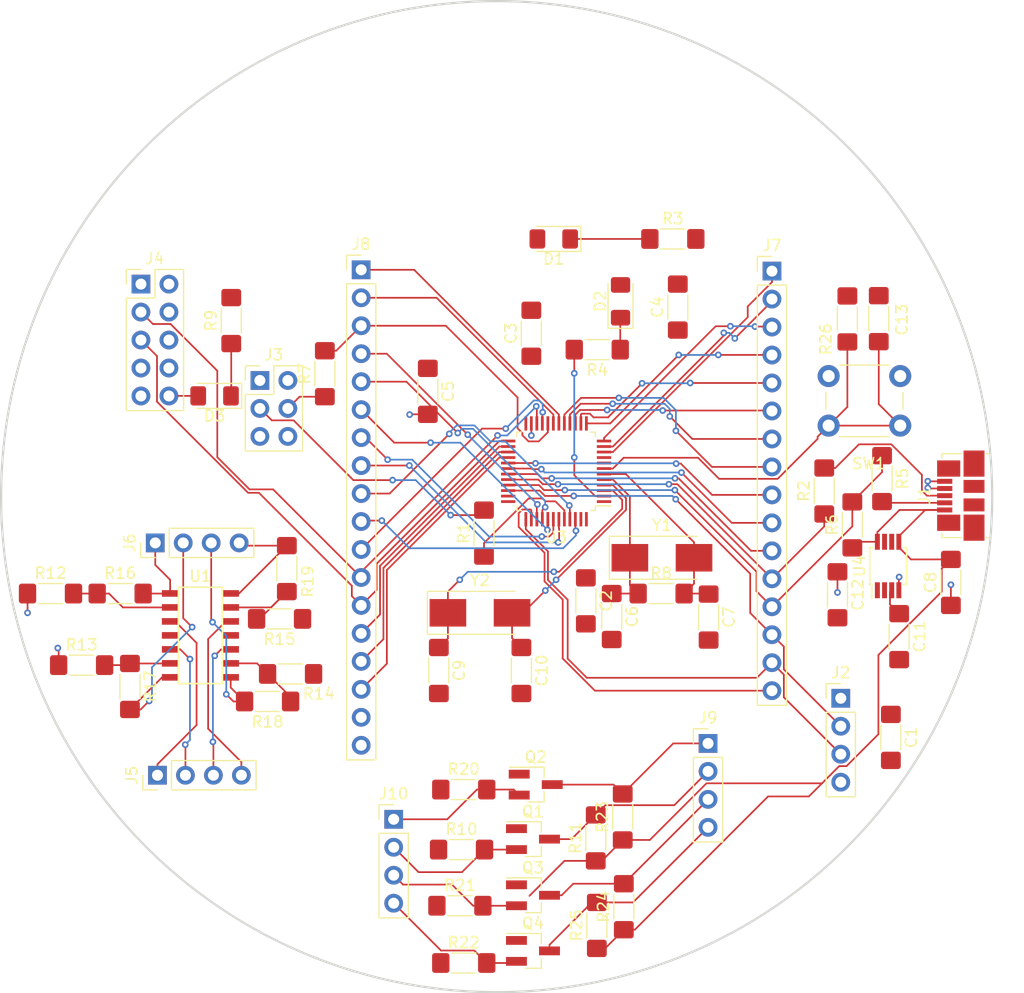
<source format=kicad_pcb>
(kicad_pcb (version 20171130) (host pcbnew 5.0.2-bee76a0~70~ubuntu18.10.1)
  (layers (0 F.Cu signal) (31 B.Cu signal) (34 B.Paste user) (35 F.Paste user) (36 B.SilkS user) (37 F.SilkS user) (38 B.Mask user) (39 F.Mask user) (44 Edge.Cuts user))
  (net 0 "")
  (net 1 +3V3)
  (net 2 GND)
  (net 3 +5V)
  (net 4 /PC14)
  (net 5 /PC15)
  (net 6 "Net-(C11-Pad1)")
  (net 7 /NRST)
  (net 8 "Net-(D1-Pad1)")
  (net 9 "Net-(D2-Pad1)")
  (net 10 "Net-(D3-Pad2)")
  (net 11 "Net-(D3-Pad1)")
  (net 12 "Net-(J1-Pad2)")
  (net 13 "Net-(J1-Pad3)")
  (net 14 /SWDCLK)
  (net 15 /SWDIO)
  (net 16 "Net-(J3-Pad3)")
  (net 17 "Net-(J3-Pad4)")
  (net 18 "Net-(J4-Pad2)")
  (net 19 /PB11)
  (net 20 "Net-(J4-Pad4)")
  (net 21 /PB12)
  (net 22 "Net-(J4-Pad6)")
  (net 23 "Net-(J4-Pad8)")
  (net 24 "Net-(J4-Pad9)")
  (net 25 "Net-(J5-Pad4)")
  (net 26 "Net-(J5-Pad3)")
  (net 27 "Net-(J5-Pad2)")
  (net 28 "Net-(J5-Pad1)")
  (net 29 "Net-(J6-Pad1)")
  (net 30 "Net-(J6-Pad2)")
  (net 31 "Net-(J6-Pad3)")
  (net 32 "Net-(J6-Pad4)")
  (net 33 /PA0)
  (net 34 /PA1)
  (net 35 /PA2)
  (net 36 /PA3)
  (net 37 /PA4)
  (net 38 /PA5)
  (net 39 /PA6)
  (net 40 /PA7)
  (net 41 /PA8)
  (net 42 /PA9)
  (net 43 /PA10)
  (net 44 /PA11)
  (net 45 /PA12)
  (net 46 /PA15)
  (net 47 /PB0)
  (net 48 /PB1)
  (net 49 /BOOT1)
  (net 50 /PB3)
  (net 51 /PB4)
  (net 52 /PB5)
  (net 53 /PB6)
  (net 54 /PB7)
  (net 55 /PB8)
  (net 56 /PB9)
  (net 57 /PB10)
  (net 58 /PB13)
  (net 59 /PB14)
  (net 60 /PB15)
  (net 61 /PD0)
  (net 62 /PD1)
  (net 63 /LV0)
  (net 64 /LV1)
  (net 65 /LV2)
  (net 66 /LV3)
  (net 67 "Net-(J9-Pad1)")
  (net 68 "Net-(J9-Pad2)")
  (net 69 "Net-(J9-Pad3)")
  (net 70 "Net-(J9-Pad4)")
  (net 71 /BOOT0)
  (net 72 /PC13)
  (net 73 "Net-(R12-Pad2)")
  (net 74 "Net-(R13-Pad2)")
  (net 75 "Net-(R14-Pad2)")
  (net 76 "Net-(R15-Pad2)")
  (net 77 "Net-(U4-Pad6)")
  (net 78 "Net-(U4-Pad7)")
  (net 79 "Net-(C11-Pad2)")
  (module Connector_PinHeader_2.54mm:PinHeader_1x18_P2.54mm_Vertical (layer F.Cu) (at 137.7 79.4)
    (fp_text reference J8 (at 0 -2.33) (layer F.SilkS))
    (fp_text value Conn_01x18)
    (pad 1 thru_hole rect (at 0 0) (size 1.7 1.7) (drill 1) (layers *.Cu *.Mask) (net 47 /PB0))
    (pad 2 thru_hole oval (at 0 2.54) (size 1.7 1.7) (drill 1) (layers *.Cu *.Mask) (net 48 /PB1))
    (pad 3 thru_hole oval (at 0 5.08) (size 1.7 1.7) (drill 1) (layers *.Cu *.Mask) (net 49 /BOOT1))
    (pad 4 thru_hole oval (at 0 7.62) (size 1.7 1.7) (drill 1) (layers *.Cu *.Mask) (net 50 /PB3))
    (pad 5 thru_hole oval (at 0 10.16) (size 1.7 1.7) (drill 1) (layers *.Cu *.Mask) (net 51 /PB4))
    (pad 6 thru_hole oval (at 0 12.7) (size 1.7 1.7) (drill 1) (layers *.Cu *.Mask) (net 52 /PB5))
    (pad 7 thru_hole oval (at 0 15.24) (size 1.7 1.7) (drill 1) (layers *.Cu *.Mask) (net 53 /PB6))
    (pad 8 thru_hole oval (at 0 17.78) (size 1.7 1.7) (drill 1) (layers *.Cu *.Mask) (net 54 /PB7))
    (pad 9 thru_hole oval (at 0 20.32) (size 1.7 1.7) (drill 1) (layers *.Cu *.Mask) (net 55 /PB8))
    (pad 10 thru_hole oval (at 0 22.86) (size 1.7 1.7) (drill 1) (layers *.Cu *.Mask) (net 56 /PB9))
    (pad 11 thru_hole oval (at 0 25.4) (size 1.7 1.7) (drill 1) (layers *.Cu *.Mask) (net 57 /PB10))
    (pad 12 thru_hole oval (at 0 27.94) (size 1.7 1.7) (drill 1) (layers *.Cu *.Mask) (net 19 /PB11))
    (pad 13 thru_hole oval (at 0 30.48) (size 1.7 1.7) (drill 1) (layers *.Cu *.Mask) (net 21 /PB12))
    (pad 14 thru_hole oval (at 0 33.02) (size 1.7 1.7) (drill 1) (layers *.Cu *.Mask) (net 58 /PB13))
    (pad 15 thru_hole oval (at 0 35.56) (size 1.7 1.7) (drill 1) (layers *.Cu *.Mask) (net 59 /PB14))
    (pad 16 thru_hole oval (at 0 38.1) (size 1.7 1.7) (drill 1) (layers *.Cu *.Mask) (net 60 /PB15))
    (pad 17 thru_hole oval (at 0 40.64) (size 1.7 1.7) (drill 1) (layers *.Cu *.Mask) (net 2 GND))
    (pad 18 thru_hole oval (at 0 43.18) (size 1.7 1.7) (drill 1) (layers *.Cu *.Mask) (net 2 GND))
  )
  (module Connector_PinHeader_2.54mm:PinHeader_1x04_P2.54mm_Vertical (layer F.Cu) (at 140.65 129.3)
    (fp_text reference J10 (at 0 -2.33) (layer F.SilkS))
    (fp_text value Conn_01x04)
    (pad 1 thru_hole rect (at 0 0) (size 1.7 1.7) (drill 1) (layers *.Cu *.Mask) (net 63 /LV0))
    (pad 2 thru_hole oval (at 0 2.54) (size 1.7 1.7) (drill 1) (layers *.Cu *.Mask) (net 64 /LV1))
    (pad 3 thru_hole oval (at 0 5.08) (size 1.7 1.7) (drill 1) (layers *.Cu *.Mask) (net 65 /LV2))
    (pad 4 thru_hole oval (at 0 7.62) (size 1.7 1.7) (drill 1) (layers *.Cu *.Mask) (net 66 /LV3))
  )
  (module Capacitor_SMD:C_1806_4516Metric_Pad1.57x1.80mm_HandSolder (layer F.Cu) (at 185.8 121.8625 270)
    (fp_text reference C1 (at 0 -1.85 270) (layer F.SilkS))
    (fp_text value 104)
    (pad 1 smd roundrect (at -2.0875 0 270) (size 1.575 1.8) (layers F.Cu F.Paste F.Mask) (roundrect_rratio 0.15873) (net 1 +3V3))
    (pad 2 smd roundrect (at 2.0875 0 270) (size 1.575 1.8) (layers F.Cu F.Paste F.Mask) (roundrect_rratio 0.15873) (net 2 GND))
  )
  (module Capacitor_SMD:C_1806_4516Metric_Pad1.57x1.80mm_HandSolder (layer F.Cu) (at 158.1 109.4625 270)
    (fp_text reference C2 (at 0 -1.85 270) (layer F.SilkS))
    (fp_text value 100nF)
    (pad 1 smd roundrect (at -2.0875 0 270) (size 1.575 1.8) (layers F.Cu F.Paste F.Mask) (roundrect_rratio 0.15873) (net 1 +3V3))
    (pad 2 smd roundrect (at 2.0875 0 270) (size 1.575 1.8) (layers F.Cu F.Paste F.Mask) (roundrect_rratio 0.15873) (net 2 GND))
  )
  (module Capacitor_SMD:C_1806_4516Metric_Pad1.57x1.80mm_HandSolder (layer F.Cu) (at 153.15 85.1625 90)
    (fp_text reference C3 (at 0 -1.85 90) (layer F.SilkS))
    (fp_text value 100nF)
    (pad 2 smd roundrect (at 2.0875 0 90) (size 1.575 1.8) (layers F.Cu F.Paste F.Mask) (roundrect_rratio 0.15873) (net 2 GND))
    (pad 1 smd roundrect (at -2.0875 0 90) (size 1.575 1.8) (layers F.Cu F.Paste F.Mask) (roundrect_rratio 0.15873) (net 1 +3V3))
  )
  (module Capacitor_SMD:C_1806_4516Metric_Pad1.57x1.80mm_HandSolder (layer F.Cu) (at 166.45 82.7875 90)
    (fp_text reference C4 (at 0 -1.85 90) (layer F.SilkS))
    (fp_text value 100nF)
    (pad 1 smd roundrect (at -2.0875 0 90) (size 1.575 1.8) (layers F.Cu F.Paste F.Mask) (roundrect_rratio 0.15873) (net 1 +3V3))
    (pad 2 smd roundrect (at 2.0875 0 90) (size 1.575 1.8) (layers F.Cu F.Paste F.Mask) (roundrect_rratio 0.15873) (net 2 GND))
  )
  (module Capacitor_SMD:C_1806_4516Metric_Pad1.57x1.80mm_HandSolder (layer F.Cu) (at 143.75 90.4375 270)
    (fp_text reference C5 (at 0 -1.85 270) (layer F.SilkS))
    (fp_text value 100nF)
    (pad 1 smd roundrect (at -2.0875 0 270) (size 1.575 1.8) (layers F.Cu F.Paste F.Mask) (roundrect_rratio 0.15873) (net 1 +3V3))
    (pad 2 smd roundrect (at 2.0875 0 270) (size 1.575 1.8) (layers F.Cu F.Paste F.Mask) (roundrect_rratio 0.15873) (net 2 GND))
  )
  (module Capacitor_SMD:C_1806_4516Metric_Pad1.57x1.80mm_HandSolder (layer F.Cu) (at 160.45 110.8875 270)
    (fp_text reference C6 (at 0 -1.85 270) (layer F.SilkS))
    (fp_text value 20p)
    (pad 1 smd roundrect (at -2.0875 0 270) (size 1.575 1.8) (layers F.Cu F.Paste F.Mask) (roundrect_rratio 0.15873) (net 61 /PD0))
    (pad 2 smd roundrect (at 2.0875 0 270) (size 1.575 1.8) (layers F.Cu F.Paste F.Mask) (roundrect_rratio 0.15873) (net 2 GND))
  )
  (module Capacitor_SMD:C_1806_4516Metric_Pad1.57x1.80mm_HandSolder (layer F.Cu) (at 169.25 110.9375 270)
    (fp_text reference C7 (at 0 -1.85 270) (layer F.SilkS))
    (fp_text value 20p)
    (pad 2 smd roundrect (at 2.0875 0 270) (size 1.575 1.8) (layers F.Cu F.Paste F.Mask) (roundrect_rratio 0.15873) (net 2 GND))
    (pad 1 smd roundrect (at -2.0875 0 270) (size 1.575 1.8) (layers F.Cu F.Paste F.Mask) (roundrect_rratio 0.15873) (net 62 /PD1))
  )
  (module Capacitor_SMD:C_1806_4516Metric_Pad1.57x1.80mm_HandSolder (layer F.Cu) (at 191.25 107.7875 90)
    (fp_text reference C8 (at 0 -1.85 90) (layer F.SilkS))
    (fp_text value 1uF)
    (pad 2 smd roundrect (at 2.0875 0 90) (size 1.575 1.8) (layers F.Cu F.Paste F.Mask) (roundrect_rratio 0.15873) (net 3 +5V))
    (pad 1 smd roundrect (at -2.0875 0 90) (size 1.575 1.8) (layers F.Cu F.Paste F.Mask) (roundrect_rratio 0.15873) (net 2 GND))
  )
  (module Capacitor_SMD:C_1806_4516Metric_Pad1.57x1.80mm_HandSolder (layer F.Cu) (at 144.75 115.7875 270)
    (fp_text reference C9 (at 0 -1.85 270) (layer F.SilkS))
    (fp_text value 20p)
    (pad 1 smd roundrect (at -2.0875 0 270) (size 1.575 1.8) (layers F.Cu F.Paste F.Mask) (roundrect_rratio 0.15873) (net 4 /PC14))
    (pad 2 smd roundrect (at 2.0875 0 270) (size 1.575 1.8) (layers F.Cu F.Paste F.Mask) (roundrect_rratio 0.15873) (net 2 GND))
  )
  (module Capacitor_SMD:C_1806_4516Metric_Pad1.57x1.80mm_HandSolder (layer F.Cu) (at 152.25 115.7875 270)
    (fp_text reference C10 (at 0 -1.85 270) (layer F.SilkS))
    (fp_text value 20p)
    (pad 2 smd roundrect (at 2.0875 0 270) (size 1.575 1.8) (layers F.Cu F.Paste F.Mask) (roundrect_rratio 0.15873) (net 2 GND))
    (pad 1 smd roundrect (at -2.0875 0 270) (size 1.575 1.8) (layers F.Cu F.Paste F.Mask) (roundrect_rratio 0.15873) (net 5 /PC15))
  )
  (module Capacitor_SMD:C_1806_4516Metric_Pad1.57x1.80mm_HandSolder (layer F.Cu) (at 186.55 112.7125 270)
    (fp_text reference C11 (at 0 -1.85 270) (layer F.SilkS))
    (fp_text value 0.01uF)
    (pad 2 smd roundrect (at 2.0875 0 270) (size 1.575 1.8) (layers F.Cu F.Paste F.Mask) (roundrect_rratio 0.15873) (net 79 "Net-(C11-Pad2)"))
    (pad 1 smd roundrect (at -2.0875 0 270) (size 1.575 1.8) (layers F.Cu F.Paste F.Mask) (roundrect_rratio 0.15873) (net 6 "Net-(C11-Pad1)"))
  )
  (module Capacitor_SMD:C_1806_4516Metric_Pad1.57x1.80mm_HandSolder (layer F.Cu) (at 180.95 108.9125 270)
    (fp_text reference C12 (at 0 -1.85 270) (layer F.SilkS))
    (fp_text value 10uF)
    (pad 1 smd roundrect (at -2.0875 0 270) (size 1.575 1.8) (layers F.Cu F.Paste F.Mask) (roundrect_rratio 0.15873) (net 2 GND))
    (pad 2 smd roundrect (at 2.0875 0 270) (size 1.575 1.8) (layers F.Cu F.Paste F.Mask) (roundrect_rratio 0.15873) (net 79 "Net-(C11-Pad2)"))
  )
  (module Capacitor_SMD:C_1806_4516Metric_Pad1.57x1.80mm_HandSolder (layer F.Cu) (at 184.7 83.8375 90)
    (fp_text reference C13 (at -0.0875 2.1 90) (layer F.SilkS))
    (fp_text value C)
    (pad 2 smd roundrect (at 2.0875 0 90) (size 1.575 1.8) (layers F.Cu F.Paste F.Mask) (roundrect_rratio 0.15873) (net 2 GND))
    (pad 1 smd roundrect (at -2.0875 0 90) (size 1.575 1.8) (layers F.Cu F.Paste F.Mask) (roundrect_rratio 0.15873) (net 7 /NRST))
  )
  (module LED_SMD:LED_1206_3216Metric_Pad1.42x1.75mm_HandSolder (layer F.Cu) (at 155.1875 76.6 180)
    (fp_text reference D1 (at 0 -1.82 180) (layer F.SilkS))
    (fp_text value LED)
    (pad 1 smd roundrect (at -1.4875 0 180) (size 1.425 1.75) (layers F.Cu F.Paste F.Mask) (roundrect_rratio 0.175439) (net 8 "Net-(D1-Pad1)"))
    (pad 2 smd roundrect (at 1.4875 0 180) (size 1.425 1.75) (layers F.Cu F.Paste F.Mask) (roundrect_rratio 0.175439) (net 1 +3V3))
  )
  (module LED_SMD:LED_1206_3216Metric_Pad1.42x1.75mm_HandSolder (layer F.Cu) (at 161.25 82.2625 90)
    (fp_text reference D2 (at 0 -1.82 90) (layer F.SilkS))
    (fp_text value LED)
    (pad 1 smd roundrect (at -1.4875 0 90) (size 1.425 1.75) (layers F.Cu F.Paste F.Mask) (roundrect_rratio 0.175439) (net 9 "Net-(D2-Pad1)"))
    (pad 2 smd roundrect (at 1.4875 0 90) (size 1.425 1.75) (layers F.Cu F.Paste F.Mask) (roundrect_rratio 0.175439) (net 1 +3V3))
  )
  (module LED_SMD:LED_1206_3216Metric_Pad1.42x1.75mm_HandSolder (layer F.Cu) (at 124.3875 90.85 180)
    (fp_text reference D3 (at 0 -1.82 180) (layer F.SilkS))
    (fp_text value LED)
    (pad 2 smd roundrect (at 1.4875 0 180) (size 1.425 1.75) (layers F.Cu F.Paste F.Mask) (roundrect_rratio 0.175439) (net 10 "Net-(D3-Pad2)"))
    (pad 1 smd roundrect (at -1.4875 0 180) (size 1.425 1.75) (layers F.Cu F.Paste F.Mask) (roundrect_rratio 0.175439) (net 11 "Net-(D3-Pad1)"))
  )
  (module Connector_USB:USB_Micro-B_Molex_47346-0001 (layer F.Cu) (at 192.15 99.91 90)
    (fp_text reference J1 (at 0 -3.3 270) (layer F.SilkS))
    (fp_text value USB_B_Micro)
    (pad 1 smd rect (at -1.3 -1.46 90) (size 0.45 1.38) (layers F.Cu F.Paste F.Mask) (net 3 +5V))
    (pad 2 smd rect (at -0.65 -1.46 90) (size 0.45 1.38) (layers F.Cu F.Paste F.Mask) (net 12 "Net-(J1-Pad2)"))
    (pad 3 smd rect (at 0 -1.46 90) (size 0.45 1.38) (layers F.Cu F.Paste F.Mask) (net 13 "Net-(J1-Pad3)"))
    (pad 4 smd rect (at 0.65 -1.46 90) (size 0.45 1.38) (layers F.Cu F.Paste F.Mask) (net 2 GND))
    (pad 5 smd rect (at 1.3 -1.46 90) (size 0.45 1.38) (layers F.Cu F.Paste F.Mask) (net 2 GND))
    (pad 6 smd rect (at -2.4625 -1.1 90) (size 1.475 2.1) (layers F.Cu F.Paste F.Mask) (net 2 GND))
    (pad 6 smd rect (at 2.4625 -1.1 90) (size 1.475 2.1) (layers F.Cu F.Paste F.Mask) (net 2 GND))
    (pad 6 smd rect (at -2.91 1.2 90) (size 2.375 1.9) (layers F.Cu F.Paste F.Mask) (net 2 GND))
    (pad 6 smd rect (at 2.91 1.2 90) (size 2.375 1.9) (layers F.Cu F.Paste F.Mask) (net 2 GND))
    (pad 6 smd rect (at -0.84 1.2 90) (size 1.175 1.9) (layers F.Cu F.Paste F.Mask) (net 2 GND))
    (pad 6 smd rect (at 0.84 1.2 90) (size 1.175 1.9) (layers F.Cu F.Paste F.Mask) (net 2 GND))
  )
  (module Connector_PinHeader_2.54mm:PinHeader_1x04_P2.54mm_Vertical (layer F.Cu) (at 181.25 118.31)
    (fp_text reference J2 (at 0 -2.33) (layer F.SilkS))
    (fp_text value Conn_01x04)
    (pad 4 thru_hole oval (at 0 7.62) (size 1.7 1.7) (drill 1) (layers *.Cu *.Mask) (net 2 GND))
    (pad 3 thru_hole oval (at 0 5.08) (size 1.7 1.7) (drill 1) (layers *.Cu *.Mask) (net 14 /SWDCLK))
    (pad 2 thru_hole oval (at 0 2.54) (size 1.7 1.7) (drill 1) (layers *.Cu *.Mask) (net 15 /SWDIO))
    (pad 1 thru_hole rect (at 0 0) (size 1.7 1.7) (drill 1) (layers *.Cu *.Mask) (net 1 +3V3))
  )
  (module Connector_PinHeader_2.54mm:PinHeader_2x03_P2.54mm_Vertical (layer F.Cu) (at 128.5 89.45)
    (fp_text reference J3 (at 1.27 -2.33) (layer F.SilkS))
    (fp_text value Conn_02x03_Odd_Even)
    (pad 1 thru_hole rect (at 0 0) (size 1.7 1.7) (drill 1) (layers *.Cu *.Mask) (net 1 +3V3))
    (pad 2 thru_hole oval (at 2.54 0) (size 1.7 1.7) (drill 1) (layers *.Cu *.Mask) (net 1 +3V3))
    (pad 3 thru_hole oval (at 0 2.54) (size 1.7 1.7) (drill 1) (layers *.Cu *.Mask) (net 16 "Net-(J3-Pad3)"))
    (pad 4 thru_hole oval (at 2.54 2.54) (size 1.7 1.7) (drill 1) (layers *.Cu *.Mask) (net 17 "Net-(J3-Pad4)"))
    (pad 5 thru_hole oval (at 0 5.08) (size 1.7 1.7) (drill 1) (layers *.Cu *.Mask) (net 2 GND))
    (pad 6 thru_hole oval (at 2.54 5.08) (size 1.7 1.7) (drill 1) (layers *.Cu *.Mask) (net 2 GND))
  )
  (module Connector_PinHeader_2.54mm:PinHeader_2x05_P2.54mm_Vertical (layer F.Cu) (at 117.7 80.7)
    (fp_text reference J4 (at 1.27 -2.33) (layer F.SilkS))
    (fp_text value Conn_02x05_Odd_Even)
    (pad 1 thru_hole rect (at 0 0) (size 1.7 1.7) (drill 1) (layers *.Cu *.Mask) (net 3 +5V))
    (pad 2 thru_hole oval (at 2.54 0) (size 1.7 1.7) (drill 1) (layers *.Cu *.Mask) (net 18 "Net-(J4-Pad2)"))
    (pad 3 thru_hole oval (at 0 2.54) (size 1.7 1.7) (drill 1) (layers *.Cu *.Mask) (net 19 /PB11))
    (pad 4 thru_hole oval (at 2.54 2.54) (size 1.7 1.7) (drill 1) (layers *.Cu *.Mask) (net 20 "Net-(J4-Pad4)"))
    (pad 5 thru_hole oval (at 0 5.08) (size 1.7 1.7) (drill 1) (layers *.Cu *.Mask) (net 21 /PB12))
    (pad 6 thru_hole oval (at 2.54 5.08) (size 1.7 1.7) (drill 1) (layers *.Cu *.Mask) (net 22 "Net-(J4-Pad6)"))
    (pad 7 thru_hole oval (at 0 7.62) (size 1.7 1.7) (drill 1) (layers *.Cu *.Mask) (net 2 GND))
    (pad 8 thru_hole oval (at 2.54 7.62) (size 1.7 1.7) (drill 1) (layers *.Cu *.Mask) (net 23 "Net-(J4-Pad8)"))
    (pad 9 thru_hole oval (at 0 10.16) (size 1.7 1.7) (drill 1) (layers *.Cu *.Mask) (net 24 "Net-(J4-Pad9)"))
    (pad 10 thru_hole oval (at 2.54 10.16) (size 1.7 1.7) (drill 1) (layers *.Cu *.Mask) (net 10 "Net-(D3-Pad2)"))
  )
  (module Connector_PinHeader_2.54mm:PinHeader_1x04_P2.54mm_Vertical (layer F.Cu) (at 119.2 125.3 90)
    (fp_text reference J5 (at 0 -2.33 90) (layer F.SilkS))
    (fp_text value Conn_01x04)
    (pad 4 thru_hole oval (at 0 7.62 90) (size 1.7 1.7) (drill 1) (layers *.Cu *.Mask) (net 25 "Net-(J5-Pad4)"))
    (pad 3 thru_hole oval (at 0 5.08 90) (size 1.7 1.7) (drill 1) (layers *.Cu *.Mask) (net 26 "Net-(J5-Pad3)"))
    (pad 2 thru_hole oval (at 0 2.54 90) (size 1.7 1.7) (drill 1) (layers *.Cu *.Mask) (net 27 "Net-(J5-Pad2)"))
    (pad 1 thru_hole rect (at 0 0 90) (size 1.7 1.7) (drill 1) (layers *.Cu *.Mask) (net 28 "Net-(J5-Pad1)"))
  )
  (module Connector_PinHeader_2.54mm:PinHeader_1x04_P2.54mm_Vertical (layer F.Cu) (at 119 104.2 90)
    (fp_text reference J6 (at 0 -2.33 90) (layer F.SilkS))
    (fp_text value Conn_01x04)
    (pad 1 thru_hole rect (at 0 0 90) (size 1.7 1.7) (drill 1) (layers *.Cu *.Mask) (net 29 "Net-(J6-Pad1)"))
    (pad 2 thru_hole oval (at 0 2.54 90) (size 1.7 1.7) (drill 1) (layers *.Cu *.Mask) (net 30 "Net-(J6-Pad2)"))
    (pad 3 thru_hole oval (at 0 5.08 90) (size 1.7 1.7) (drill 1) (layers *.Cu *.Mask) (net 31 "Net-(J6-Pad3)"))
    (pad 4 thru_hole oval (at 0 7.62 90) (size 1.7 1.7) (drill 1) (layers *.Cu *.Mask) (net 32 "Net-(J6-Pad4)"))
  )
  (module Connector_PinHeader_2.54mm:PinHeader_1x16_P2.54mm_Vertical (layer F.Cu) (at 175 79.52)
    (fp_text reference J7 (at 0 -2.33) (layer F.SilkS))
    (fp_text value Conn_01x16)
    (pad 1 thru_hole rect (at 0 0) (size 1.7 1.7) (drill 1) (layers *.Cu *.Mask) (net 33 /PA0))
    (pad 2 thru_hole oval (at 0 2.54) (size 1.7 1.7) (drill 1) (layers *.Cu *.Mask) (net 34 /PA1))
    (pad 3 thru_hole oval (at 0 5.08) (size 1.7 1.7) (drill 1) (layers *.Cu *.Mask) (net 35 /PA2))
    (pad 4 thru_hole oval (at 0 7.62) (size 1.7 1.7) (drill 1) (layers *.Cu *.Mask) (net 36 /PA3))
    (pad 5 thru_hole oval (at 0 10.16) (size 1.7 1.7) (drill 1) (layers *.Cu *.Mask) (net 37 /PA4))
    (pad 6 thru_hole oval (at 0 12.7) (size 1.7 1.7) (drill 1) (layers *.Cu *.Mask) (net 38 /PA5))
    (pad 7 thru_hole oval (at 0 15.24) (size 1.7 1.7) (drill 1) (layers *.Cu *.Mask) (net 39 /PA6))
    (pad 8 thru_hole oval (at 0 17.78) (size 1.7 1.7) (drill 1) (layers *.Cu *.Mask) (net 40 /PA7))
    (pad 9 thru_hole oval (at 0 20.32) (size 1.7 1.7) (drill 1) (layers *.Cu *.Mask) (net 41 /PA8))
    (pad 10 thru_hole oval (at 0 22.86) (size 1.7 1.7) (drill 1) (layers *.Cu *.Mask) (net 42 /PA9))
    (pad 11 thru_hole oval (at 0 25.4) (size 1.7 1.7) (drill 1) (layers *.Cu *.Mask) (net 43 /PA10))
    (pad 12 thru_hole oval (at 0 27.94) (size 1.7 1.7) (drill 1) (layers *.Cu *.Mask) (net 44 /PA11))
    (pad 13 thru_hole oval (at 0 30.48) (size 1.7 1.7) (drill 1) (layers *.Cu *.Mask) (net 45 /PA12))
    (pad 14 thru_hole oval (at 0 33.02) (size 1.7 1.7) (drill 1) (layers *.Cu *.Mask) (net 15 /SWDIO))
    (pad 15 thru_hole oval (at 0 35.56) (size 1.7 1.7) (drill 1) (layers *.Cu *.Mask) (net 14 /SWDCLK))
    (pad 16 thru_hole oval (at 0 38.1) (size 1.7 1.7) (drill 1) (layers *.Cu *.Mask) (net 46 /PA15))
  )
  (module Connector_PinHeader_2.54mm:PinHeader_1x04_P2.54mm_Vertical (layer F.Cu) (at 169.2 122.41)
    (fp_text reference J9 (at 0 -2.33) (layer F.SilkS))
    (fp_text value Conn_01x04)
    (pad 1 thru_hole rect (at 0 0) (size 1.7 1.7) (drill 1) (layers *.Cu *.Mask) (net 67 "Net-(J9-Pad1)"))
    (pad 2 thru_hole oval (at 0 2.54) (size 1.7 1.7) (drill 1) (layers *.Cu *.Mask) (net 68 "Net-(J9-Pad2)"))
    (pad 3 thru_hole oval (at 0 5.08) (size 1.7 1.7) (drill 1) (layers *.Cu *.Mask) (net 69 "Net-(J9-Pad3)"))
    (pad 4 thru_hole oval (at 0 7.62) (size 1.7 1.7) (drill 1) (layers *.Cu *.Mask) (net 70 "Net-(J9-Pad4)"))
  )
  (module Package_TO_SOT_SMD:SOT-23_Handsoldering (layer F.Cu) (at 153.3 131.1)
    (fp_text reference Q1 (at 0 -2.5) (layer F.SilkS))
    (fp_text value BSS138)
    (pad 3 smd rect (at 1.5 0) (size 1.9 0.8) (layers F.Cu F.Paste F.Mask) (net 68 "Net-(J9-Pad2)"))
    (pad 2 smd rect (at -1.5 0.95) (size 1.9 0.8) (layers F.Cu F.Paste F.Mask) (net 64 /LV1))
    (pad 1 smd rect (at -1.5 -0.95) (size 1.9 0.8) (layers F.Cu F.Paste F.Mask) (net 1 +3V3))
  )
  (module Package_TO_SOT_SMD:SOT-23_Handsoldering (layer F.Cu) (at 153.55 126.15)
    (fp_text reference Q2 (at 0 -2.5) (layer F.SilkS))
    (fp_text value BSS138)
    (pad 1 smd rect (at -1.5 -0.95) (size 1.9 0.8) (layers F.Cu F.Paste F.Mask) (net 1 +3V3))
    (pad 2 smd rect (at -1.5 0.95) (size 1.9 0.8) (layers F.Cu F.Paste F.Mask) (net 63 /LV0))
    (pad 3 smd rect (at 1.5 0) (size 1.9 0.8) (layers F.Cu F.Paste F.Mask) (net 67 "Net-(J9-Pad1)"))
  )
  (module Package_TO_SOT_SMD:SOT-23_Handsoldering (layer F.Cu) (at 153.3 136.2)
    (fp_text reference Q3 (at 0 -2.5) (layer F.SilkS))
    (fp_text value BSS138)
    (pad 1 smd rect (at -1.5 -0.95) (size 1.9 0.8) (layers F.Cu F.Paste F.Mask) (net 1 +3V3))
    (pad 2 smd rect (at -1.5 0.95) (size 1.9 0.8) (layers F.Cu F.Paste F.Mask) (net 65 /LV2))
    (pad 3 smd rect (at 1.5 0) (size 1.9 0.8) (layers F.Cu F.Paste F.Mask) (net 69 "Net-(J9-Pad3)"))
  )
  (module Package_TO_SOT_SMD:SOT-23_Handsoldering (layer F.Cu) (at 153.3 141.25)
    (fp_text reference Q4 (at 0 -2.5) (layer F.SilkS))
    (fp_text value BSS138)
    (pad 3 smd rect (at 1.5 0) (size 1.9 0.8) (layers F.Cu F.Paste F.Mask) (net 70 "Net-(J9-Pad4)"))
    (pad 2 smd rect (at -1.5 0.95) (size 1.9 0.8) (layers F.Cu F.Paste F.Mask) (net 66 /LV3))
    (pad 1 smd rect (at -1.5 -0.95) (size 1.9 0.8) (layers F.Cu F.Paste F.Mask) (net 1 +3V3))
  )
  (module Resistor_SMD:R_1806_4516Metric_Pad1.57x1.80mm_HandSolder (layer F.Cu) (at 148.85 103.3125 90)
    (fp_text reference R1 (at 0 -1.85 90) (layer F.SilkS))
    (fp_text value 100k)
    (pad 2 smd roundrect (at 2.0875 0 90) (size 1.575 1.8) (layers F.Cu F.Paste F.Mask) (roundrect_rratio 0.15873) (net 16 "Net-(J3-Pad3)"))
    (pad 1 smd roundrect (at -2.0875 0 90) (size 1.575 1.8) (layers F.Cu F.Paste F.Mask) (roundrect_rratio 0.15873) (net 71 /BOOT0))
  )
  (module Resistor_SMD:R_1806_4516Metric_Pad1.57x1.80mm_HandSolder (layer F.Cu) (at 179.75 99.4875 90)
    (fp_text reference R2 (at 0 -1.85 90) (layer F.SilkS))
    (fp_text value 20)
    (pad 2 smd roundrect (at 2.0875 0 90) (size 1.575 1.8) (layers F.Cu F.Paste F.Mask) (roundrect_rratio 0.15873) (net 13 "Net-(J1-Pad3)"))
    (pad 1 smd roundrect (at -2.0875 0 90) (size 1.575 1.8) (layers F.Cu F.Paste F.Mask) (roundrect_rratio 0.15873) (net 44 /PA11))
  )
  (module Resistor_SMD:R_1806_4516Metric_Pad1.57x1.80mm_HandSolder (layer F.Cu) (at 166 76.6)
    (fp_text reference R3 (at 0 -1.85) (layer F.SilkS))
    (fp_text value 510)
    (pad 1 smd roundrect (at -2.0875 0) (size 1.575 1.8) (layers F.Cu F.Paste F.Mask) (roundrect_rratio 0.15873) (net 8 "Net-(D1-Pad1)"))
    (pad 2 smd roundrect (at 2.0875 0) (size 1.575 1.8) (layers F.Cu F.Paste F.Mask) (roundrect_rratio 0.15873) (net 2 GND))
  )
  (module Resistor_SMD:R_1806_4516Metric_Pad1.57x1.80mm_HandSolder (layer F.Cu) (at 159.1375 86.65 180)
    (fp_text reference R4 (at 0 -1.85 180) (layer F.SilkS))
    (fp_text value 510)
    (pad 2 smd roundrect (at 2.0875 0 180) (size 1.575 1.8) (layers F.Cu F.Paste F.Mask) (roundrect_rratio 0.15873) (net 72 /PC13))
    (pad 1 smd roundrect (at -2.0875 0 180) (size 1.575 1.8) (layers F.Cu F.Paste F.Mask) (roundrect_rratio 0.15873) (net 9 "Net-(D2-Pad1)"))
  )
  (module Resistor_SMD:R_1806_4516Metric_Pad1.57x1.80mm_HandSolder (layer F.Cu) (at 185 98.3625 270)
    (fp_text reference R5 (at 0 -1.85 270) (layer F.SilkS))
    (fp_text value 20)
    (pad 1 smd roundrect (at -2.0875 0 270) (size 1.575 1.8) (layers F.Cu F.Paste F.Mask) (roundrect_rratio 0.15873) (net 45 /PA12))
    (pad 2 smd roundrect (at 2.0875 0 270) (size 1.575 1.8) (layers F.Cu F.Paste F.Mask) (roundrect_rratio 0.15873) (net 12 "Net-(J1-Pad2)"))
  )
  (module Resistor_SMD:R_1806_4516Metric_Pad1.57x1.80mm_HandSolder (layer F.Cu) (at 182.3 102.5625 90)
    (fp_text reference R6 (at 0 -1.85 90) (layer F.SilkS))
    (fp_text value 4.7k)
    (pad 2 smd roundrect (at 2.0875 0 90) (size 1.575 1.8) (layers F.Cu F.Paste F.Mask) (roundrect_rratio 0.15873) (net 45 /PA12))
    (pad 1 smd roundrect (at -2.0875 0 90) (size 1.575 1.8) (layers F.Cu F.Paste F.Mask) (roundrect_rratio 0.15873) (net 3 +5V))
  )
  (module Resistor_SMD:R_1806_4516Metric_Pad1.57x1.80mm_HandSolder (layer F.Cu) (at 134.4 88.8375 90)
    (fp_text reference R7 (at 0 -1.85 90) (layer F.SilkS))
    (fp_text value 100k)
    (pad 1 smd roundrect (at -2.0875 0 90) (size 1.575 1.8) (layers F.Cu F.Paste F.Mask) (roundrect_rratio 0.15873) (net 17 "Net-(J3-Pad4)"))
    (pad 2 smd roundrect (at 2.0875 0 90) (size 1.575 1.8) (layers F.Cu F.Paste F.Mask) (roundrect_rratio 0.15873) (net 49 /BOOT1))
  )
  (module Resistor_SMD:R_1806_4516Metric_Pad1.57x1.80mm_HandSolder (layer F.Cu) (at 164.9375 108.8)
    (fp_text reference R8 (at 0 -1.85) (layer F.SilkS))
    (fp_text value 1M)
    (pad 2 smd roundrect (at 2.0875 0) (size 1.575 1.8) (layers F.Cu F.Paste F.Mask) (roundrect_rratio 0.15873) (net 62 /PD1))
    (pad 1 smd roundrect (at -2.0875 0) (size 1.575 1.8) (layers F.Cu F.Paste F.Mask) (roundrect_rratio 0.15873) (net 61 /PD0))
  )
  (module Resistor_SMD:R_1806_4516Metric_Pad1.57x1.80mm_HandSolder (layer F.Cu) (at 125.9 84.0125 90)
    (fp_text reference R9 (at 0 -1.85 90) (layer F.SilkS))
    (fp_text value 510)
    (pad 1 smd roundrect (at -2.0875 0 90) (size 1.575 1.8) (layers F.Cu F.Paste F.Mask) (roundrect_rratio 0.15873) (net 11 "Net-(D3-Pad1)"))
    (pad 2 smd roundrect (at 2.0875 0 90) (size 1.575 1.8) (layers F.Cu F.Paste F.Mask) (roundrect_rratio 0.15873) (net 2 GND))
  )
  (module Resistor_SMD:R_1806_4516Metric_Pad1.57x1.80mm_HandSolder (layer F.Cu) (at 146.8125 132.05)
    (fp_text reference R10 (at 0 -1.85) (layer F.SilkS))
    (fp_text value 10K)
    (pad 1 smd roundrect (at -2.0875 0) (size 1.575 1.8) (layers F.Cu F.Paste F.Mask) (roundrect_rratio 0.15873) (net 1 +3V3))
    (pad 2 smd roundrect (at 2.0875 0) (size 1.575 1.8) (layers F.Cu F.Paste F.Mask) (roundrect_rratio 0.15873) (net 64 /LV1))
  )
  (module Resistor_SMD:R_1806_4516Metric_Pad1.57x1.80mm_HandSolder (layer F.Cu) (at 159 130.9875 90)
    (fp_text reference R11 (at 0 -1.85 90) (layer F.SilkS))
    (fp_text value 10K)
    (pad 2 smd roundrect (at 2.0875 0 90) (size 1.575 1.8) (layers F.Cu F.Paste F.Mask) (roundrect_rratio 0.15873) (net 68 "Net-(J9-Pad2)"))
    (pad 1 smd roundrect (at -2.0875 0 90) (size 1.575 1.8) (layers F.Cu F.Paste F.Mask) (roundrect_rratio 0.15873) (net 3 +5V))
  )
  (module Resistor_SMD:R_1806_4516Metric_Pad1.57x1.80mm_HandSolder (layer F.Cu) (at 109.4875 108.8)
    (fp_text reference R12 (at 0 -1.85) (layer F.SilkS))
    (fp_text value 510)
    (pad 1 smd roundrect (at -2.0875 0) (size 1.575 1.8) (layers F.Cu F.Paste F.Mask) (roundrect_rratio 0.15873) (net 2 GND))
    (pad 2 smd roundrect (at 2.0875 0) (size 1.575 1.8) (layers F.Cu F.Paste F.Mask) (roundrect_rratio 0.15873) (net 73 "Net-(R12-Pad2)"))
  )
  (module Resistor_SMD:R_1806_4516Metric_Pad1.57x1.80mm_HandSolder (layer F.Cu) (at 112.3125 115.3)
    (fp_text reference R13 (at 0 -1.85) (layer F.SilkS))
    (fp_text value 510)
    (pad 1 smd roundrect (at -2.0875 0) (size 1.575 1.8) (layers F.Cu F.Paste F.Mask) (roundrect_rratio 0.15873) (net 2 GND))
    (pad 2 smd roundrect (at 2.0875 0) (size 1.575 1.8) (layers F.Cu F.Paste F.Mask) (roundrect_rratio 0.15873) (net 74 "Net-(R13-Pad2)"))
  )
  (module Resistor_SMD:R_1806_4516Metric_Pad1.57x1.80mm_HandSolder (layer F.Cu) (at 131.2875 116.1 180)
    (fp_text reference R14 (at -2.5625 -1.8 180) (layer F.SilkS))
    (fp_text value 510)
    (pad 1 smd roundrect (at -2.0875 0 180) (size 1.575 1.8) (layers F.Cu F.Paste F.Mask) (roundrect_rratio 0.15873) (net 2 GND))
    (pad 2 smd roundrect (at 2.0875 0 180) (size 1.575 1.8) (layers F.Cu F.Paste F.Mask) (roundrect_rratio 0.15873) (net 75 "Net-(R14-Pad2)"))
  )
  (module Resistor_SMD:R_1806_4516Metric_Pad1.57x1.80mm_HandSolder (layer F.Cu) (at 130.2875 111.1 180)
    (fp_text reference R15 (at 0 -1.85 180) (layer F.SilkS))
    (fp_text value 510)
    (pad 1 smd roundrect (at -2.0875 0 180) (size 1.575 1.8) (layers F.Cu F.Paste F.Mask) (roundrect_rratio 0.15873) (net 2 GND))
    (pad 2 smd roundrect (at 2.0875 0 180) (size 1.575 1.8) (layers F.Cu F.Paste F.Mask) (roundrect_rratio 0.15873) (net 76 "Net-(R15-Pad2)"))
  )
  (module Resistor_SMD:R_1806_4516Metric_Pad1.57x1.80mm_HandSolder (layer F.Cu) (at 115.8125 108.8)
    (fp_text reference R16 (at 0 -1.85) (layer F.SilkS))
    (fp_text value 510)
    (pad 2 smd roundrect (at 2.0875 0) (size 1.575 1.8) (layers F.Cu F.Paste F.Mask) (roundrect_rratio 0.15873) (net 29 "Net-(J6-Pad1)"))
    (pad 1 smd roundrect (at -2.0875 0) (size 1.575 1.8) (layers F.Cu F.Paste F.Mask) (roundrect_rratio 0.15873) (net 73 "Net-(R12-Pad2)"))
  )
  (module Resistor_SMD:R_1806_4516Metric_Pad1.57x1.80mm_HandSolder (layer F.Cu) (at 116.7 117.2375 270)
    (fp_text reference R17 (at 0 -1.85 270) (layer F.SilkS))
    (fp_text value 510)
    (pad 2 smd roundrect (at 2.0875 0 270) (size 1.575 1.8) (layers F.Cu F.Paste F.Mask) (roundrect_rratio 0.15873) (net 30 "Net-(J6-Pad2)"))
    (pad 1 smd roundrect (at -2.0875 0 270) (size 1.575 1.8) (layers F.Cu F.Paste F.Mask) (roundrect_rratio 0.15873) (net 74 "Net-(R13-Pad2)"))
  )
  (module Resistor_SMD:R_1806_4516Metric_Pad1.57x1.80mm_HandSolder (layer F.Cu) (at 129.2 118.6 180)
    (fp_text reference R18 (at 0 -1.85 180) (layer F.SilkS))
    (fp_text value 510)
    (pad 2 smd roundrect (at 2.0875 0 180) (size 1.575 1.8) (layers F.Cu F.Paste F.Mask) (roundrect_rratio 0.15873) (net 31 "Net-(J6-Pad3)"))
    (pad 1 smd roundrect (at -2.0875 0 180) (size 1.575 1.8) (layers F.Cu F.Paste F.Mask) (roundrect_rratio 0.15873) (net 75 "Net-(R14-Pad2)"))
  )
  (module Resistor_SMD:R_1806_4516Metric_Pad1.57x1.80mm_HandSolder (layer F.Cu) (at 130.95 106.5375 90)
    (fp_text reference R19 (at -1.1625 1.9 90) (layer F.SilkS))
    (fp_text value 510)
    (pad 2 smd roundrect (at 2.0875 0 90) (size 1.575 1.8) (layers F.Cu F.Paste F.Mask) (roundrect_rratio 0.15873) (net 32 "Net-(J6-Pad4)"))
    (pad 1 smd roundrect (at -2.0875 0 90) (size 1.575 1.8) (layers F.Cu F.Paste F.Mask) (roundrect_rratio 0.15873) (net 76 "Net-(R15-Pad2)"))
  )
  (module Resistor_SMD:R_1806_4516Metric_Pad1.57x1.80mm_HandSolder (layer F.Cu) (at 147.0125 126.6)
    (fp_text reference R20 (at 0 -1.85) (layer F.SilkS))
    (fp_text value 10K)
    (pad 1 smd roundrect (at -2.0875 0) (size 1.575 1.8) (layers F.Cu F.Paste F.Mask) (roundrect_rratio 0.15873) (net 1 +3V3))
    (pad 2 smd roundrect (at 2.0875 0) (size 1.575 1.8) (layers F.Cu F.Paste F.Mask) (roundrect_rratio 0.15873) (net 63 /LV0))
  )
  (module Resistor_SMD:R_1806_4516Metric_Pad1.57x1.80mm_HandSolder (layer F.Cu) (at 146.6625 137.15)
    (fp_text reference R21 (at 0 -1.85) (layer F.SilkS))
    (fp_text value 10K)
    (pad 1 smd roundrect (at -2.0875 0) (size 1.575 1.8) (layers F.Cu F.Paste F.Mask) (roundrect_rratio 0.15873) (net 1 +3V3))
    (pad 2 smd roundrect (at 2.0875 0) (size 1.575 1.8) (layers F.Cu F.Paste F.Mask) (roundrect_rratio 0.15873) (net 65 /LV2))
  )
  (module Resistor_SMD:R_1806_4516Metric_Pad1.57x1.80mm_HandSolder (layer F.Cu) (at 147.0125 142.35)
    (fp_text reference R22 (at 0 -1.85) (layer F.SilkS))
    (fp_text value 10K)
    (pad 1 smd roundrect (at -2.0875 0) (size 1.575 1.8) (layers F.Cu F.Paste F.Mask) (roundrect_rratio 0.15873) (net 1 +3V3))
    (pad 2 smd roundrect (at 2.0875 0) (size 1.575 1.8) (layers F.Cu F.Paste F.Mask) (roundrect_rratio 0.15873) (net 66 /LV3))
  )
  (module Resistor_SMD:R_1806_4516Metric_Pad1.57x1.80mm_HandSolder (layer F.Cu) (at 161.45 129.0875 90)
    (fp_text reference R23 (at 0 -1.85 90) (layer F.SilkS))
    (fp_text value 10K)
    (pad 2 smd roundrect (at 2.0875 0 90) (size 1.575 1.8) (layers F.Cu F.Paste F.Mask) (roundrect_rratio 0.15873) (net 67 "Net-(J9-Pad1)"))
    (pad 1 smd roundrect (at -2.0875 0 90) (size 1.575 1.8) (layers F.Cu F.Paste F.Mask) (roundrect_rratio 0.15873) (net 3 +5V))
  )
  (module Resistor_SMD:R_1806_4516Metric_Pad1.57x1.80mm_HandSolder (layer F.Cu) (at 161.55 137.2375 90)
    (fp_text reference R24 (at 0 -1.85 90) (layer F.SilkS))
    (fp_text value 10K)
    (pad 2 smd roundrect (at 2.0875 0 90) (size 1.575 1.8) (layers F.Cu F.Paste F.Mask) (roundrect_rratio 0.15873) (net 69 "Net-(J9-Pad3)"))
    (pad 1 smd roundrect (at -2.0875 0 90) (size 1.575 1.8) (layers F.Cu F.Paste F.Mask) (roundrect_rratio 0.15873) (net 3 +5V))
  )
  (module Resistor_SMD:R_1806_4516Metric_Pad1.57x1.80mm_HandSolder (layer F.Cu) (at 159.1 138.9375 90)
    (fp_text reference R25 (at 0 -1.85 90) (layer F.SilkS))
    (fp_text value 10K)
    (pad 2 smd roundrect (at 2.0875 0 90) (size 1.575 1.8) (layers F.Cu F.Paste F.Mask) (roundrect_rratio 0.15873) (net 70 "Net-(J9-Pad4)"))
    (pad 1 smd roundrect (at -2.0875 0 90) (size 1.575 1.8) (layers F.Cu F.Paste F.Mask) (roundrect_rratio 0.15873) (net 3 +5V))
  )
  (module Resistor_SMD:R_1806_4516Metric_Pad1.57x1.80mm_HandSolder (layer F.Cu) (at 181.85 83.8625 270)
    (fp_text reference R26 (at 1.8375 1.95 270) (layer F.SilkS))
    (fp_text value R)
    (pad 1 smd roundrect (at -2.0875 0 270) (size 1.575 1.8) (layers F.Cu F.Paste F.Mask) (roundrect_rratio 0.15873) (net 1 +3V3))
    (pad 2 smd roundrect (at 2.0875 0 270) (size 1.575 1.8) (layers F.Cu F.Paste F.Mask) (roundrect_rratio 0.15873) (net 7 /NRST))
  )
  (module Button_Switch_THT:SW_PUSH_6mm (layer F.Cu) (at 180.15 89.05)
    (fp_text reference SW1 (at 3.65 7.95) (layer F.SilkS))
    (fp_text value SW_Push)
    (pad 2 thru_hole circle (at 0 4.5 90) (size 2 2) (drill 1.1) (layers *.Cu *.Mask) (net 7 /NRST))
    (pad 1 thru_hole circle (at 0 0 90) (size 2 2) (drill 1.1) (layers *.Cu *.Mask) (net 2 GND))
    (pad 2 thru_hole circle (at 6.5 4.5 90) (size 2 2) (drill 1.1) (layers *.Cu *.Mask) (net 7 /NRST))
    (pad 1 thru_hole circle (at 6.5 0 90) (size 2 2) (drill 1.1) (layers *.Cu *.Mask) (net 2 GND))
  )
  (module libs:LM324-SOIC-14 (layer F.Cu) (at 123.1 112.6)
    (fp_text reference U1 (at 0 -5.375) (layer F.SilkS))
    (fp_text value LM324A)
    (pad 1 smd rect (at -2.75 -3.81) (size 1.5 0.6) (layers F.Cu F.Paste F.Mask) (net 29 "Net-(J6-Pad1)"))
    (pad 2 smd rect (at -2.75 -2.54) (size 1.5 0.6) (layers F.Cu F.Paste F.Mask) (net 73 "Net-(R12-Pad2)"))
    (pad 3 smd rect (at -2.75 -1.27) (size 1.5 0.6) (layers F.Cu F.Paste F.Mask) (net 28 "Net-(J5-Pad1)"))
    (pad 4 smd rect (at -2.75 0) (size 1.5 0.6) (layers F.Cu F.Paste F.Mask) (net 3 +5V))
    (pad 5 smd rect (at -2.75 1.27) (size 1.5 0.6) (layers F.Cu F.Paste F.Mask) (net 27 "Net-(J5-Pad2)"))
    (pad 6 smd rect (at -2.75 2.54) (size 1.5 0.6) (layers F.Cu F.Paste F.Mask) (net 74 "Net-(R13-Pad2)"))
    (pad 7 smd rect (at -2.75 3.81) (size 1.5 0.6) (layers F.Cu F.Paste F.Mask) (net 30 "Net-(J6-Pad2)"))
    (pad 8 smd rect (at 2.75 3.81) (size 1.5 0.6) (layers F.Cu F.Paste F.Mask) (net 31 "Net-(J6-Pad3)"))
    (pad 9 smd rect (at 2.75 2.54) (size 1.5 0.6) (layers F.Cu F.Paste F.Mask) (net 75 "Net-(R14-Pad2)"))
    (pad 10 smd rect (at 2.75 1.27) (size 1.5 0.6) (layers F.Cu F.Paste F.Mask) (net 26 "Net-(J5-Pad3)"))
    (pad 11 smd rect (at 2.75 0) (size 1.5 0.6) (layers F.Cu F.Paste F.Mask) (net 2 GND))
    (pad 12 smd rect (at 2.75 -1.27) (size 1.5 0.6) (layers F.Cu F.Paste F.Mask) (net 25 "Net-(J5-Pad4)"))
    (pad 13 smd rect (at 2.75 -2.54) (size 1.5 0.6) (layers F.Cu F.Paste F.Mask) (net 76 "Net-(R15-Pad2)"))
    (pad 14 smd rect (at 2.75 -3.81) (size 1.5 0.6) (layers F.Cu F.Paste F.Mask) (net 32 "Net-(J6-Pad4)"))
  )
  (module Package_QFP:LQFP-48_7x7mm_P0.5mm (layer F.Cu) (at 155.4 97.7 180)
    (fp_text reference U3 (at 0 -6 180) (layer F.SilkS))
    (fp_text value STM32F103C8Tx)
    (pad 1 smd rect (at -4.35 -2.75 180) (size 1.3 0.25) (layers F.Cu F.Paste F.Mask) (net 1 +3V3))
    (pad 2 smd rect (at -4.35 -2.25 180) (size 1.3 0.25) (layers F.Cu F.Paste F.Mask) (net 72 /PC13))
    (pad 3 smd rect (at -4.35 -1.75 180) (size 1.3 0.25) (layers F.Cu F.Paste F.Mask) (net 4 /PC14))
    (pad 4 smd rect (at -4.35 -1.25 180) (size 1.3 0.25) (layers F.Cu F.Paste F.Mask) (net 5 /PC15))
    (pad 5 smd rect (at -4.35 -0.75 180) (size 1.3 0.25) (layers F.Cu F.Paste F.Mask) (net 61 /PD0))
    (pad 6 smd rect (at -4.35 -0.25 180) (size 1.3 0.25) (layers F.Cu F.Paste F.Mask) (net 62 /PD1))
    (pad 7 smd rect (at -4.35 0.25 180) (size 1.3 0.25) (layers F.Cu F.Paste F.Mask) (net 7 /NRST))
    (pad 8 smd rect (at -4.35 0.75 180) (size 1.3 0.25) (layers F.Cu F.Paste F.Mask) (net 2 GND))
    (pad 9 smd rect (at -4.35 1.25 180) (size 1.3 0.25) (layers F.Cu F.Paste F.Mask) (net 1 +3V3))
    (pad 10 smd rect (at -4.35 1.75 180) (size 1.3 0.25) (layers F.Cu F.Paste F.Mask) (net 33 /PA0))
    (pad 11 smd rect (at -4.35 2.25 180) (size 1.3 0.25) (layers F.Cu F.Paste F.Mask) (net 34 /PA1))
    (pad 12 smd rect (at -4.35 2.75 180) (size 1.3 0.25) (layers F.Cu F.Paste F.Mask) (net 35 /PA2))
    (pad 13 smd rect (at -2.75 4.35 270) (size 1.3 0.25) (layers F.Cu F.Paste F.Mask) (net 36 /PA3))
    (pad 14 smd rect (at -2.25 4.35 270) (size 1.3 0.25) (layers F.Cu F.Paste F.Mask) (net 37 /PA4))
    (pad 15 smd rect (at -1.75 4.35 270) (size 1.3 0.25) (layers F.Cu F.Paste F.Mask) (net 38 /PA5))
    (pad 16 smd rect (at -1.25 4.35 270) (size 1.3 0.25) (layers F.Cu F.Paste F.Mask) (net 39 /PA6))
    (pad 17 smd rect (at -0.75 4.35 270) (size 1.3 0.25) (layers F.Cu F.Paste F.Mask) (net 40 /PA7))
    (pad 18 smd rect (at -0.25 4.35 270) (size 1.3 0.25) (layers F.Cu F.Paste F.Mask) (net 47 /PB0))
    (pad 19 smd rect (at 0.25 4.35 270) (size 1.3 0.25) (layers F.Cu F.Paste F.Mask) (net 48 /PB1))
    (pad 20 smd rect (at 0.75 4.35 270) (size 1.3 0.25) (layers F.Cu F.Paste F.Mask) (net 49 /BOOT1))
    (pad 21 smd rect (at 1.25 4.35 270) (size 1.3 0.25) (layers F.Cu F.Paste F.Mask) (net 57 /PB10))
    (pad 22 smd rect (at 1.75 4.35 270) (size 1.3 0.25) (layers F.Cu F.Paste F.Mask) (net 19 /PB11))
    (pad 23 smd rect (at 2.25 4.35 270) (size 1.3 0.25) (layers F.Cu F.Paste F.Mask) (net 2 GND))
    (pad 24 smd rect (at 2.75 4.35 270) (size 1.3 0.25) (layers F.Cu F.Paste F.Mask) (net 1 +3V3))
    (pad 25 smd rect (at 4.35 2.75 180) (size 1.3 0.25) (layers F.Cu F.Paste F.Mask) (net 21 /PB12))
    (pad 26 smd rect (at 4.35 2.25 180) (size 1.3 0.25) (layers F.Cu F.Paste F.Mask) (net 58 /PB13))
    (pad 27 smd rect (at 4.35 1.75 180) (size 1.3 0.25) (layers F.Cu F.Paste F.Mask) (net 59 /PB14))
    (pad 28 smd rect (at 4.35 1.25 180) (size 1.3 0.25) (layers F.Cu F.Paste F.Mask) (net 60 /PB15))
    (pad 29 smd rect (at 4.35 0.75 180) (size 1.3 0.25) (layers F.Cu F.Paste F.Mask) (net 41 /PA8))
    (pad 30 smd rect (at 4.35 0.25 180) (size 1.3 0.25) (layers F.Cu F.Paste F.Mask) (net 42 /PA9))
    (pad 31 smd rect (at 4.35 -0.25 180) (size 1.3 0.25) (layers F.Cu F.Paste F.Mask) (net 43 /PA10))
    (pad 32 smd rect (at 4.35 -0.75 180) (size 1.3 0.25) (layers F.Cu F.Paste F.Mask) (net 44 /PA11))
    (pad 33 smd rect (at 4.35 -1.25 180) (size 1.3 0.25) (layers F.Cu F.Paste F.Mask) (net 45 /PA12))
    (pad 34 smd rect (at 4.35 -1.75 180) (size 1.3 0.25) (layers F.Cu F.Paste F.Mask) (net 15 /SWDIO))
    (pad 35 smd rect (at 4.35 -2.25 180) (size 1.3 0.25) (layers F.Cu F.Paste F.Mask) (net 2 GND))
    (pad 36 smd rect (at 4.35 -2.75 180) (size 1.3 0.25) (layers F.Cu F.Paste F.Mask) (net 1 +3V3))
    (pad 37 smd rect (at 2.75 -4.35 270) (size 1.3 0.25) (layers F.Cu F.Paste F.Mask) (net 14 /SWDCLK))
    (pad 38 smd rect (at 2.25 -4.35 270) (size 1.3 0.25) (layers F.Cu F.Paste F.Mask) (net 46 /PA15))
    (pad 39 smd rect (at 1.75 -4.35 270) (size 1.3 0.25) (layers F.Cu F.Paste F.Mask) (net 50 /PB3))
    (pad 40 smd rect (at 1.25 -4.35 270) (size 1.3 0.25) (layers F.Cu F.Paste F.Mask) (net 51 /PB4))
    (pad 41 smd rect (at 0.75 -4.35 270) (size 1.3 0.25) (layers F.Cu F.Paste F.Mask) (net 52 /PB5))
    (pad 42 smd rect (at 0.25 -4.35 270) (size 1.3 0.25) (layers F.Cu F.Paste F.Mask) (net 53 /PB6))
    (pad 43 smd rect (at -0.25 -4.35 270) (size 1.3 0.25) (layers F.Cu F.Paste F.Mask) (net 54 /PB7))
    (pad 44 smd rect (at -0.75 -4.35 270) (size 1.3 0.25) (layers F.Cu F.Paste F.Mask) (net 71 /BOOT0))
    (pad 45 smd rect (at -1.25 -4.35 270) (size 1.3 0.25) (layers F.Cu F.Paste F.Mask) (net 55 /PB8))
    (pad 46 smd rect (at -1.75 -4.35 270) (size 1.3 0.25) (layers F.Cu F.Paste F.Mask) (net 56 /PB9))
    (pad 47 smd rect (at -2.25 -4.35 270) (size 1.3 0.25) (layers F.Cu F.Paste F.Mask) (net 2 GND))
    (pad 48 smd rect (at -2.75 -4.35 270) (size 1.3 0.25) (layers F.Cu F.Paste F.Mask) (net 1 +3V3))
  )
  (module Package_SO:MSOP-8_3x3mm_P0.65mm (layer F.Cu) (at 185.55 106.3 90)
    (fp_text reference U4 (at 0 -2.6 90) (layer F.SilkS))
    (fp_text value LT1962-3.3)
    (pad 1 smd rect (at -2.2 -0.975 90) (size 1.45 0.45) (layers F.Cu F.Paste F.Mask) (net 79 "Net-(C11-Pad2)"))
    (pad 2 smd rect (at -2.2 -0.325 90) (size 1.45 0.45) (layers F.Cu F.Paste F.Mask) (net 79 "Net-(C11-Pad2)"))
    (pad 3 smd rect (at -2.2 0.325 90) (size 1.45 0.45) (layers F.Cu F.Paste F.Mask) (net 6 "Net-(C11-Pad1)"))
    (pad 4 smd rect (at -2.2 0.975 90) (size 1.45 0.45) (layers F.Cu F.Paste F.Mask) (net 2 GND))
    (pad 5 smd rect (at 2.2 0.975 90) (size 1.45 0.45) (layers F.Cu F.Paste F.Mask) (net 3 +5V))
    (pad 6 smd rect (at 2.2 0.325 90) (size 1.45 0.45) (layers F.Cu F.Paste F.Mask) (net 77 "Net-(U4-Pad6)"))
    (pad 7 smd rect (at 2.2 -0.325 90) (size 1.45 0.45) (layers F.Cu F.Paste F.Mask) (net 78 "Net-(U4-Pad7)"))
    (pad 8 smd rect (at 2.2 -0.975 90) (size 1.45 0.45) (layers F.Cu F.Paste F.Mask) (net 3 +5V))
  )
  (module Crystal:Crystal_SMD_0603-2Pin_6.0x3.5mm_HandSoldering (layer F.Cu) (at 165.0125 105.55)
    (fp_text reference Y1 (at 0 -2.95) (layer F.SilkS))
    (fp_text value 8MHz)
    (pad 2 smd rect (at 2.9125 0) (size 3.325 2.5) (layers F.Cu F.Paste F.Mask) (net 62 /PD1))
    (pad 1 smd rect (at -2.9125 0) (size 3.325 2.5) (layers F.Cu F.Paste F.Mask) (net 61 /PD0))
  )
  (module Crystal:Crystal_SMD_0603-2Pin_6.0x3.5mm_HandSoldering (layer F.Cu) (at 148.4875 110.55)
    (fp_text reference Y2 (at 0 -2.95) (layer F.SilkS))
    (fp_text value 32.768KHz)
    (pad 1 smd rect (at -2.9125 0) (size 3.325 2.5) (layers F.Cu F.Paste F.Mask) (net 4 /PC14))
    (pad 2 smd rect (at 2.9125 0) (size 3.325 2.5) (layers F.Cu F.Paste F.Mask) (net 5 /PC15))
  )
  (gr_circle (center 150 100) (end 150 145) (layer Edge.Cuts) (width 0.2))
  (via (at 191.25 108) (size 0.6) (drill 0.3) (layers F.Cu B.Cu) (net 2))
  (segment (start 191.25 109.875) (end 191.25 108) (width 0.155) (layer F.Cu) (net 2))
  (via (at 186.55 107.3) (size 0.6) (drill 0.3) (layers F.Cu B.Cu) (net 2))
  (segment (start 186.525 108.5) (end 186.525 107.325) (width 0.155) (layer F.Cu) (net 2))
  (segment (start 186.525 107.325) (end 186.55 107.3) (width 0.155) (layer F.Cu) (net 2))
  (via (at 189.15 99.2) (size 0.6) (drill 0.3) (layers F.Cu B.Cu) (net 2))
  (segment (start 190.69 99.26) (end 189.21 99.26) (width 0.155) (layer F.Cu) (net 2))
  (segment (start 189.21 99.26) (end 189.15 99.2) (width 0.155) (layer F.Cu) (net 2))
  (via (at 189.15 98.6) (size 0.6) (drill 0.3) (layers F.Cu B.Cu) (net 2))
  (segment (start 190.69 98.61) (end 189.16 98.61) (width 0.155) (layer F.Cu) (net 2))
  (segment (start 189.16 98.61) (end 189.15 98.6) (width 0.155) (layer F.Cu) (net 2))
  (via (at 180.95 108.7) (size 0.6) (drill 0.3) (layers F.Cu B.Cu) (net 2))
  (segment (start 180.95 106.825) (end 180.95 108.7) (width 0.155) (layer F.Cu) (net 2))
  (segment (start 160.5 113.025) (end 160.45 112.975) (width 0.155) (layer F.Cu) (net 2))
  (via (at 142.1 92.55) (size 0.6) (drill 0.3) (layers F.Cu B.Cu) (net 2))
  (segment (start 143.75 92.525) (end 142.125 92.525) (width 0.155) (layer F.Cu) (net 2))
  (segment (start 142.125 92.525) (end 142.1 92.55) (width 0.155) (layer F.Cu) (net 2))
  (via (at 153.15 94.45) (size 0.6) (drill 0.3) (layers F.Cu B.Cu) (net 2))
  (segment (start 153.15 93.35) (end 153.15 94.45) (width 0.155) (layer F.Cu) (net 2))
  (via (at 107.4 110.55) (size 0.6) (drill 0.3) (layers F.Cu B.Cu) (net 2))
  (segment (start 107.4 108.8) (end 107.4 110.55) (width 0.155) (layer F.Cu) (net 2))
  (via (at 110.15 113.75) (size 0.6) (drill 0.3) (layers F.Cu B.Cu) (net 2))
  (segment (start 110.225 115.3) (end 110.225 113.825) (width 0.155) (layer F.Cu) (net 2))
  (segment (start 110.225 113.825) (end 110.15 113.75) (width 0.155) (layer F.Cu) (net 2))
  (segment (start 188.915 101.21) (end 186.525 103.6) (width 0.155) (layer F.Cu) (net 3))
  (segment (start 186.525 103.6) (end 186.525 104.1) (width 0.155) (layer F.Cu) (net 3))
  (segment (start 190.69 101.21) (end 188.915 101.21) (width 0.155) (layer F.Cu) (net 3))
  (segment (start 189.845 101.21) (end 190.69 101.21) (width 0.155) (layer F.Cu) (net 3))
  (segment (start 186.585 101.21) (end 189.845 101.21) (width 0.155) (layer F.Cu) (net 3))
  (segment (start 184.575 103.22) (end 186.585 101.21) (width 0.155) (layer F.Cu) (net 3))
  (segment (start 184.575 104.1) (end 184.575 103.22) (width 0.155) (layer F.Cu) (net 3))
  (segment (start 186.525 104.6) (end 186.525 104.1) (width 0.155) (layer F.Cu) (net 3))
  (segment (start 187.625 105.7) (end 186.525 104.6) (width 0.155) (layer F.Cu) (net 3))
  (segment (start 191.25 105.7) (end 187.625 105.7) (width 0.155) (layer F.Cu) (net 3))
  (segment (start 159.55 133.075) (end 159 133.075) (width 0.155) (layer F.Cu) (net 3))
  (segment (start 161.45 131.175) (end 159.55 133.075) (width 0.155) (layer F.Cu) (net 3))
  (segment (start 159.85 141.025) (end 159.1 141.025) (width 0.155) (layer F.Cu) (net 3))
  (segment (start 161.55 139.325) (end 159.85 141.025) (width 0.155) (layer F.Cu) (net 3))
  (segment (start 156.156498 133.075) (end 152.982501 136.248997) (width 0.155) (layer F.Cu) (net 3))
  (segment (start 159 133.075) (end 156.156498 133.075) (width 0.155) (layer F.Cu) (net 3))
  (segment (start 182.85 104.1) (end 182.3 104.65) (width 0.155) (layer F.Cu) (net 3))
  (segment (start 184.575 104.1) (end 182.85 104.1) (width 0.155) (layer F.Cu) (net 3))
  (segment (start 190.418141 106.531859) (end 191.25 105.7) (width 0.155) (layer F.Cu) (net 3))
  (segment (start 190.418141 108.626733) (end 190.418141 106.531859) (width 0.155) (layer F.Cu) (net 3))
  (segment (start 184.66749 114.377384) (end 190.418141 108.626733) (width 0.155) (layer F.Cu) (net 3))
  (segment (start 184.66749 121.574612) (end 184.66749 114.377384) (width 0.155) (layer F.Cu) (net 3))
  (segment (start 181.769601 124.472501) (end 184.66749 121.574612) (width 0.155) (layer F.Cu) (net 3))
  (segment (start 181.105397 124.472501) (end 181.769601 124.472501) (width 0.155) (layer F.Cu) (net 3))
  (segment (start 179.545397 126.032501) (end 181.105397 124.472501) (width 0.155) (layer F.Cu) (net 3))
  (segment (start 163.912898 131.175) (end 169.055397 126.032501) (width 0.155) (layer F.Cu) (net 3))
  (segment (start 161.45 131.175) (end 163.912898 131.175) (width 0.155) (layer F.Cu) (net 3))
  (segment (start 162.55 139.325) (end 174.65 127.225) (width 0.155) (layer F.Cu) (net 3))
  (segment (start 161.55 139.325) (end 162.55 139.325) (width 0.155) (layer F.Cu) (net 3))
  (segment (start 169.055397 126.032501) (end 179.545397 126.032501) (width 0.155) (layer F.Cu) (net 3))
  (segment (start 178.352898 127.225) (end 179.545397 126.032501) (width 0.155) (layer F.Cu) (net 3))
  (segment (start 174.65 127.225) (end 178.352898 127.225) (width 0.155) (layer F.Cu) (net 3))
  (segment (start 159.75 99.45) (end 160.555 99.45) (width 0.155) (layer F.Cu) (net 4))
  (segment (start 145.575 108.625) (end 145.575 110.55) (width 0.155) (layer F.Cu) (net 4))
  (segment (start 146.65 107.55) (end 145.575 108.625) (width 0.155) (layer F.Cu) (net 4))
  (segment (start 145.575 112.875) (end 144.75 113.7) (width 0.155) (layer F.Cu) (net 4))
  (segment (start 145.575 110.55) (end 145.575 112.875) (width 0.155) (layer F.Cu) (net 4))
  (segment (start 160.555 99.45) (end 161.4 100.295) (width 0.155) (layer F.Cu) (net 4))
  (segment (start 161.4 100.295) (end 161.4 101.1) (width 0.155) (layer F.Cu) (net 4))
  (segment (start 161.4 101.1) (end 155.676085 106.823915) (width 0.155) (layer F.Cu) (net 4))
  (via (at 155.193056 106.823915) (size 0.6) (drill 0.3) (layers F.Cu B.Cu) (net 4))
  (segment (start 155.676085 106.823915) (end 155.193056 106.823915) (width 0.155) (layer F.Cu) (net 4))
  (segment (start 155.193056 106.823915) (end 147.376085 106.823915) (width 0.155) (layer B.Cu) (net 4))
  (via (at 146.65 107.55) (size 0.6) (drill 0.3) (layers F.Cu B.Cu) (net 4))
  (segment (start 147.376085 106.823915) (end 146.65 107.55) (width 0.155) (layer B.Cu) (net 4))
  (segment (start 159.75 98.95) (end 160.555 98.95) (width 0.155) (layer F.Cu) (net 5))
  (segment (start 151.4 112.85) (end 152.25 113.7) (width 0.155) (layer F.Cu) (net 5))
  (segment (start 151.4 110.55) (end 151.4 112.85) (width 0.155) (layer F.Cu) (net 5))
  (segment (start 160.555 98.95) (end 161.75 100.145) (width 0.155) (layer F.Cu) (net 5))
  (segment (start 161.75 100.145) (end 161.75 101.2) (width 0.155) (layer F.Cu) (net 5))
  (via (at 155.4 107.55) (size 0.6) (drill 0.3) (layers F.Cu B.Cu) (net 5))
  (segment (start 161.75 101.2) (end 155.4 107.55) (width 0.155) (layer F.Cu) (net 5))
  (via (at 154.423465 108.526535) (size 0.6) (drill 0.3) (layers F.Cu B.Cu) (net 5))
  (segment (start 155.4 107.55) (end 154.423465 108.526535) (width 0.155) (layer B.Cu) (net 5))
  (segment (start 152.4 110.55) (end 151.4 110.55) (width 0.155) (layer F.Cu) (net 5))
  (segment (start 154.423465 108.526535) (end 152.4 110.55) (width 0.155) (layer F.Cu) (net 5))
  (segment (start 185.718141 108.656859) (end 185.875 108.5) (width 0.155) (layer F.Cu) (net 6))
  (segment (start 185.718141 109.793141) (end 185.718141 108.656859) (width 0.155) (layer F.Cu) (net 6))
  (segment (start 186.55 110.625) (end 185.718141 109.793141) (width 0.155) (layer F.Cu) (net 6))
  (segment (start 179.150001 94.549999) (end 180.15 93.55) (width 0.155) (layer F.Cu) (net 7))
  (segment (start 179.150001 94.752101) (end 179.150001 94.549999) (width 0.155) (layer F.Cu) (net 7))
  (segment (start 175.519601 98.382501) (end 179.150001 94.752101) (width 0.155) (layer F.Cu) (net 7))
  (segment (start 170.201311 98.382501) (end 175.519601 98.382501) (width 0.155) (layer F.Cu) (net 7))
  (segment (start 168.286309 96.467499) (end 170.201311 98.382501) (width 0.155) (layer F.Cu) (net 7))
  (segment (start 161.537501 96.467499) (end 168.286309 96.467499) (width 0.155) (layer F.Cu) (net 7))
  (segment (start 160.555 97.45) (end 161.537501 96.467499) (width 0.155) (layer F.Cu) (net 7))
  (segment (start 159.75 97.45) (end 160.555 97.45) (width 0.155) (layer F.Cu) (net 7))
  (segment (start 181.564213 93.55) (end 186.65 93.55) (width 0.155) (layer F.Cu) (net 7))
  (segment (start 180.15 93.55) (end 181.564213 93.55) (width 0.155) (layer F.Cu) (net 7))
  (segment (start 184.7 91.6) (end 184.7 85.925) (width 0.155) (layer F.Cu) (net 7))
  (segment (start 186.65 93.55) (end 184.7 91.6) (width 0.155) (layer F.Cu) (net 7))
  (segment (start 181.85 91.85) (end 180.15 93.55) (width 0.155) (layer F.Cu) (net 7))
  (segment (start 181.85 85.95) (end 181.85 91.85) (width 0.155) (layer F.Cu) (net 7))
  (segment (start 156.675 76.6) (end 163.9125 76.6) (width 0.155) (layer F.Cu) (net 8))
  (segment (start 161.225 83.775) (end 161.25 83.75) (width 0.155) (layer F.Cu) (net 9))
  (segment (start 161.225 86.65) (end 161.225 83.775) (width 0.155) (layer F.Cu) (net 9))
  (segment (start 120.25 90.85) (end 120.24 90.86) (width 0.155) (layer F.Cu) (net 10))
  (segment (start 122.9 90.85) (end 120.25 90.85) (width 0.155) (layer F.Cu) (net 10))
  (segment (start 125.9 90.825) (end 125.875 90.85) (width 0.155) (layer F.Cu) (net 11))
  (segment (start 125.9 86.1) (end 125.9 90.825) (width 0.155) (layer F.Cu) (net 11))
  (segment (start 185.11 100.56) (end 185 100.45) (width 0.155) (layer F.Cu) (net 12))
  (segment (start 190.69 100.56) (end 185.11 100.56) (width 0.155) (layer F.Cu) (net 12))
  (segment (start 180.75 97.4) (end 182.9 95.25) (width 0.155) (layer F.Cu) (net 13))
  (segment (start 179.75 97.4) (end 180.75 97.4) (width 0.155) (layer F.Cu) (net 13))
  (segment (start 189.845 99.91) (end 190.69 99.91) (width 0.155) (layer F.Cu) (net 13))
  (segment (start 188.617499 99.455601) (end 189.071898 99.91) (width 0.155) (layer F.Cu) (net 13))
  (segment (start 188.617499 98.022625) (end 188.617499 99.455601) (width 0.155) (layer F.Cu) (net 13))
  (segment (start 189.071898 99.91) (end 189.845 99.91) (width 0.155) (layer F.Cu) (net 13))
  (segment (start 185.844874 95.25) (end 188.617499 98.022625) (width 0.155) (layer F.Cu) (net 13))
  (segment (start 182.9 95.25) (end 185.844874 95.25) (width 0.155) (layer F.Cu) (net 13))
  (segment (start 158.18842 116.45) (end 173.63 116.45) (width 0.155) (layer F.Cu) (net 14))
  (segment (start 152.65 102.961033) (end 154.660556 104.971589) (width 0.155) (layer F.Cu) (net 14))
  (segment (start 154.660556 104.971589) (end 154.660556 107.572136) (width 0.155) (layer F.Cu) (net 14))
  (segment (start 173.63 116.45) (end 175 115.08) (width 0.155) (layer F.Cu) (net 14))
  (segment (start 154.660556 107.572136) (end 156.45 109.36158) (width 0.155) (layer F.Cu) (net 14))
  (segment (start 152.65 102.05) (end 152.65 102.961033) (width 0.155) (layer F.Cu) (net 14))
  (segment (start 156.45 109.36158) (end 156.45 114.71158) (width 0.155) (layer F.Cu) (net 14))
  (segment (start 156.45 114.71158) (end 158.18842 116.45) (width 0.155) (layer F.Cu) (net 14))
  (segment (start 180.400001 122.540001) (end 181.25 123.39) (width 0.155) (layer F.Cu) (net 14))
  (segment (start 176.082501 118.222501) (end 180.400001 122.540001) (width 0.155) (layer F.Cu) (net 14))
  (segment (start 176.082501 116.162501) (end 176.082501 118.222501) (width 0.155) (layer F.Cu) (net 14))
  (segment (start 175 115.08) (end 176.082501 116.162501) (width 0.155) (layer F.Cu) (net 14))
  (via (at 157 99.937331) (size 0.6) (drill 0.3) (layers F.Cu B.Cu) (net 15))
  (segment (start 154.387039 99.937331) (end 157 99.937331) (width 0.155) (layer F.Cu) (net 15))
  (segment (start 151.05 99.45) (end 153.899708 99.45) (width 0.155) (layer F.Cu) (net 15))
  (segment (start 153.899708 99.45) (end 154.387039 99.937331) (width 0.155) (layer F.Cu) (net 15))
  (via (at 166.261248 100.234868) (size 0.6) (drill 0.3) (layers F.Cu B.Cu) (net 15))
  (segment (start 157 99.937331) (end 165.963711 99.937331) (width 0.155) (layer B.Cu) (net 15))
  (segment (start 165.963711 99.937331) (end 166.261248 100.234868) (width 0.155) (layer B.Cu) (net 15))
  (segment (start 166.261248 100.234868) (end 173.02638 107) (width 0.155) (layer F.Cu) (net 15))
  (segment (start 173.02638 110.56638) (end 175 112.54) (width 0.155) (layer F.Cu) (net 15))
  (segment (start 173.02638 107) (end 173.02638 110.56638) (width 0.155) (layer F.Cu) (net 15))
  (segment (start 176.082501 113.622501) (end 175 112.54) (width 0.155) (layer F.Cu) (net 15))
  (segment (start 176.082501 115.682501) (end 176.082501 113.622501) (width 0.155) (layer F.Cu) (net 15))
  (segment (start 181.25 120.85) (end 176.082501 115.682501) (width 0.155) (layer F.Cu) (net 15))
  (via (at 140.55 98.5) (size 0.6) (drill 0.3) (layers F.Cu B.Cu) (net 16))
  (segment (start 136.9871 98.5) (end 140.55 98.5) (width 0.155) (layer F.Cu) (net 16))
  (segment (start 131.559601 93.072501) (end 136.9871 98.5) (width 0.155) (layer F.Cu) (net 16))
  (segment (start 128.5 91.99) (end 129.582501 93.072501) (width 0.155) (layer F.Cu) (net 16))
  (segment (start 129.582501 93.072501) (end 131.559601 93.072501) (width 0.155) (layer F.Cu) (net 16))
  (via (at 145.823465 101.676535) (size 0.6) (drill 0.3) (layers F.Cu B.Cu) (net 16))
  (segment (start 140.55 98.5) (end 142.64693 98.5) (width 0.155) (layer B.Cu) (net 16))
  (segment (start 142.64693 98.5) (end 145.823465 101.676535) (width 0.155) (layer B.Cu) (net 16))
  (segment (start 148.398465 101.676535) (end 148.85 101.225) (width 0.155) (layer F.Cu) (net 16))
  (segment (start 145.823465 101.676535) (end 148.398465 101.676535) (width 0.155) (layer F.Cu) (net 16))
  (segment (start 132.105 90.925) (end 131.04 91.99) (width 0.155) (layer F.Cu) (net 17))
  (segment (start 134.4 90.925) (end 132.105 90.925) (width 0.155) (layer F.Cu) (net 17))
  (via (at 153.6 91.8) (size 0.6) (drill 0.3) (layers F.Cu B.Cu) (net 19))
  (segment (start 153.65 93.35) (end 153.65 91.85) (width 0.155) (layer F.Cu) (net 19))
  (segment (start 153.65 91.85) (end 153.6 91.8) (width 0.155) (layer F.Cu) (net 19))
  (via (at 150.084229 94.442349) (size 0.6) (drill 0.3) (layers F.Cu B.Cu) (net 19))
  (segment (start 153.6 91.8) (end 150.957651 94.442349) (width 0.155) (layer B.Cu) (net 19))
  (segment (start 150.957651 94.442349) (end 150.084229 94.442349) (width 0.155) (layer B.Cu) (net 19))
  (segment (start 137.7 106.826578) (end 137.7 107.34) (width 0.155) (layer F.Cu) (net 19))
  (segment (start 150.084229 94.442349) (end 137.7 106.826578) (width 0.155) (layer F.Cu) (net 19))
  (segment (start 129.69999 99.33999) (end 127.556308 99.33999) (width 0.155) (layer F.Cu) (net 19))
  (segment (start 124.633159 88.571057) (end 120.384603 84.322501) (width 0.155) (layer F.Cu) (net 19))
  (segment (start 137.7 107.34) (end 129.69999 99.33999) (width 0.155) (layer F.Cu) (net 19))
  (segment (start 120.384603 84.322501) (end 118.782501 84.322501) (width 0.155) (layer F.Cu) (net 19))
  (segment (start 118.782501 84.322501) (end 117.7 83.24) (width 0.155) (layer F.Cu) (net 19))
  (segment (start 127.556308 99.33999) (end 124.633159 96.416841) (width 0.155) (layer F.Cu) (net 19))
  (segment (start 124.633159 96.416841) (end 124.633159 88.571057) (width 0.155) (layer F.Cu) (net 19))
  (segment (start 150.245 94.95) (end 139.1 106.095) (width 0.155) (layer F.Cu) (net 21))
  (segment (start 151.05 94.95) (end 150.245 94.95) (width 0.155) (layer F.Cu) (net 21))
  (segment (start 139.1 108.48) (end 137.7 109.88) (width 0.155) (layer F.Cu) (net 21))
  (segment (start 139.1 106.095) (end 139.1 108.48) (width 0.155) (layer F.Cu) (net 21))
  (segment (start 119.157499 91.379601) (end 127.427898 99.65) (width 0.155) (layer F.Cu) (net 21))
  (segment (start 117.7 85.78) (end 119.157499 87.237499) (width 0.155) (layer F.Cu) (net 21))
  (segment (start 119.157499 87.237499) (end 119.157499 91.379601) (width 0.155) (layer F.Cu) (net 21))
  (segment (start 136.850001 109.030001) (end 137.7 109.88) (width 0.155) (layer F.Cu) (net 21))
  (segment (start 136.850001 108.092103) (end 136.850001 109.030001) (width 0.155) (layer F.Cu) (net 21))
  (segment (start 128.407898 99.65) (end 136.850001 108.092103) (width 0.155) (layer F.Cu) (net 21))
  (segment (start 127.427898 99.65) (end 128.407898 99.65) (width 0.155) (layer F.Cu) (net 21))
  (segment (start 126.82 124.097919) (end 123.8 121.077919) (width 0.155) (layer F.Cu) (net 25))
  (segment (start 126.82 125.3) (end 126.82 124.097919) (width 0.155) (layer F.Cu) (net 25))
  (segment (start 125.4 111.33) (end 125.85 111.33) (width 0.155) (layer F.Cu) (net 25))
  (segment (start 123.8 112.93) (end 125.4 111.33) (width 0.155) (layer F.Cu) (net 25))
  (segment (start 123.8 121.077919) (end 123.8 112.93) (width 0.155) (layer F.Cu) (net 25))
  (via (at 124.234506 122.265494) (size 0.6) (drill 0.3) (layers F.Cu B.Cu) (net 26))
  (segment (start 124.28 125.3) (end 124.28 122.310988) (width 0.155) (layer F.Cu) (net 26))
  (segment (start 124.28 122.310988) (end 124.234506 122.265494) (width 0.155) (layer F.Cu) (net 26))
  (via (at 124.4 114.45) (size 0.6) (drill 0.3) (layers F.Cu B.Cu) (net 26))
  (segment (start 124.234506 122.265494) (end 124.234506 114.615494) (width 0.155) (layer B.Cu) (net 26))
  (segment (start 124.234506 114.615494) (end 124.4 114.45) (width 0.155) (layer B.Cu) (net 26))
  (segment (start 124.98 113.87) (end 125.85 113.87) (width 0.155) (layer F.Cu) (net 26))
  (segment (start 124.4 114.45) (end 124.98 113.87) (width 0.155) (layer F.Cu) (net 26))
  (via (at 121.724035 122.524035) (size 0.6) (drill 0.3) (layers F.Cu B.Cu) (net 27))
  (segment (start 121.74 125.3) (end 121.74 122.54) (width 0.155) (layer F.Cu) (net 27))
  (segment (start 121.74 122.54) (end 121.724035 122.524035) (width 0.155) (layer F.Cu) (net 27))
  (via (at 122.15 114.75) (size 0.6) (drill 0.3) (layers F.Cu B.Cu) (net 27))
  (segment (start 121.724035 122.524035) (end 122.15 122.09807) (width 0.155) (layer B.Cu) (net 27))
  (segment (start 122.15 122.09807) (end 122.15 114.75) (width 0.155) (layer B.Cu) (net 27))
  (segment (start 121.27 113.87) (end 120.35 113.87) (width 0.155) (layer F.Cu) (net 27))
  (segment (start 122.15 114.75) (end 121.27 113.87) (width 0.155) (layer F.Cu) (net 27))
  (segment (start 119.2 124.295) (end 122.75 120.745) (width 0.155) (layer F.Cu) (net 28))
  (segment (start 119.2 125.3) (end 119.2 124.295) (width 0.155) (layer F.Cu) (net 28))
  (segment (start 120.8 111.33) (end 120.35 111.33) (width 0.155) (layer F.Cu) (net 28))
  (segment (start 122.75 113.28) (end 120.8 111.33) (width 0.155) (layer F.Cu) (net 28))
  (segment (start 122.75 120.745) (end 122.75 113.28) (width 0.155) (layer F.Cu) (net 28))
  (segment (start 120.34 108.8) (end 120.35 108.79) (width 0.155) (layer F.Cu) (net 29))
  (segment (start 117.9 108.8) (end 120.34 108.8) (width 0.155) (layer F.Cu) (net 29))
  (segment (start 120.35 108.79) (end 120.35 107.55) (width 0.155) (layer F.Cu) (net 29))
  (segment (start 119 106.2) (end 119 104.2) (width 0.155) (layer F.Cu) (net 29))
  (segment (start 120.35 107.55) (end 119 106.2) (width 0.155) (layer F.Cu) (net 29))
  (segment (start 119.615 116.41) (end 120.35 116.41) (width 0.155) (layer F.Cu) (net 30))
  (segment (start 116.7 119.325) (end 119.615 116.41) (width 0.155) (layer F.Cu) (net 30))
  (via (at 122.35 111.85) (size 0.6) (drill 0.3) (layers F.Cu B.Cu) (net 30))
  (segment (start 121.54 104.2) (end 121.54 111.04) (width 0.155) (layer F.Cu) (net 30))
  (segment (start 121.54 111.04) (end 122.35 111.85) (width 0.155) (layer F.Cu) (net 30))
  (via (at 118.45 118.55) (size 0.6) (drill 0.3) (layers F.Cu B.Cu) (net 30))
  (segment (start 118.7 118.3) (end 118.45 118.55) (width 0.155) (layer B.Cu) (net 30))
  (segment (start 122.35 111.85) (end 118.7 115.5) (width 0.155) (layer B.Cu) (net 30))
  (segment (start 118.7 115.5) (end 118.7 118.3) (width 0.155) (layer B.Cu) (net 30))
  (segment (start 117.675 119.325) (end 116.7 119.325) (width 0.155) (layer F.Cu) (net 30))
  (segment (start 118.45 118.55) (end 117.675 119.325) (width 0.155) (layer F.Cu) (net 30))
  (segment (start 125.85 117.3375) (end 125.85 116.41) (width 0.155) (layer F.Cu) (net 31))
  (segment (start 127.1125 118.6) (end 125.85 117.3375) (width 0.155) (layer F.Cu) (net 31))
  (segment (start 124.08 104.2) (end 124.08 111.28) (width 0.155) (layer F.Cu) (net 31))
  (via (at 124.2 111.4) (size 0.6) (drill 0.3) (layers F.Cu B.Cu) (net 31))
  (segment (start 124.08 111.28) (end 124.2 111.4) (width 0.155) (layer F.Cu) (net 31))
  (via (at 125.45 117.95) (size 0.6) (drill 0.3) (layers F.Cu B.Cu) (net 31))
  (segment (start 124.2 111.4) (end 125.45 112.65) (width 0.155) (layer B.Cu) (net 31))
  (segment (start 125.45 112.65) (end 125.45 117.95) (width 0.155) (layer B.Cu) (net 31))
  (segment (start 126.1 118.6) (end 127.1125 118.6) (width 0.155) (layer F.Cu) (net 31))
  (segment (start 125.45 117.95) (end 126.1 118.6) (width 0.155) (layer F.Cu) (net 31))
  (segment (start 126.61 108.79) (end 125.85 108.79) (width 0.155) (layer F.Cu) (net 32))
  (segment (start 130.95 104.45) (end 126.61 108.79) (width 0.155) (layer F.Cu) (net 32))
  (segment (start 126.87 104.45) (end 126.62 104.2) (width 0.155) (layer F.Cu) (net 32))
  (segment (start 130.95 104.45) (end 126.87 104.45) (width 0.155) (layer F.Cu) (net 32))
  (segment (start 160.555 95.95) (end 172.8 83.705) (width 0.155) (layer F.Cu) (net 33))
  (segment (start 159.75 95.95) (end 160.555 95.95) (width 0.155) (layer F.Cu) (net 33))
  (segment (start 175 80.525) (end 175 79.52) (width 0.155) (layer F.Cu) (net 33))
  (segment (start 172.8 82.725) (end 175 80.525) (width 0.155) (layer F.Cu) (net 33))
  (segment (start 172.8 83.705) (end 172.8 82.725) (width 0.155) (layer F.Cu) (net 33))
  (via (at 170.625965 85.125965) (size 0.6) (drill 0.3) (layers F.Cu B.Cu) (net 34))
  (segment (start 159.75 95.45) (end 160.555 95.45) (width 0.155) (layer F.Cu) (net 34))
  (segment (start 170.625965 85.379035) (end 170.625965 85.125965) (width 0.155) (layer F.Cu) (net 34))
  (segment (start 160.555 95.45) (end 170.625965 85.379035) (width 0.155) (layer F.Cu) (net 34))
  (via (at 171.629035 85.629035) (size 0.6) (drill 0.3) (layers F.Cu B.Cu) (net 34))
  (segment (start 170.625965 85.125965) (end 171.125965 85.125965) (width 0.155) (layer B.Cu) (net 34))
  (segment (start 171.125965 85.125965) (end 171.629035 85.629035) (width 0.155) (layer B.Cu) (net 34))
  (segment (start 175 82.25807) (end 175 82.06) (width 0.155) (layer F.Cu) (net 34))
  (segment (start 171.629035 85.629035) (end 175 82.25807) (width 0.155) (layer F.Cu) (net 34))
  (via (at 171.225965 84.525965) (size 0.6) (drill 0.3) (layers F.Cu B.Cu) (net 35))
  (segment (start 159.75 94.95) (end 159.75 94.67) (width 0.155) (layer F.Cu) (net 35))
  (segment (start 169.894035 84.525965) (end 171.225965 84.525965) (width 0.155) (layer F.Cu) (net 35))
  (segment (start 159.75 94.67) (end 169.894035 84.525965) (width 0.155) (layer F.Cu) (net 35))
  (via (at 173.45557 84.55557) (size 0.6) (drill 0.3) (layers F.Cu B.Cu) (net 35))
  (segment (start 171.225965 84.525965) (end 173.425965 84.525965) (width 0.155) (layer B.Cu) (net 35))
  (segment (start 173.425965 84.525965) (end 173.45557 84.55557) (width 0.155) (layer B.Cu) (net 35))
  (segment (start 174.95557 84.55557) (end 175 84.6) (width 0.155) (layer F.Cu) (net 35))
  (segment (start 173.45557 84.55557) (end 174.95557 84.55557) (width 0.155) (layer F.Cu) (net 35))
  (via (at 166.533465 87.133465) (size 0.6) (drill 0.3) (layers F.Cu B.Cu) (net 36))
  (segment (start 158.15 93.35) (end 160.31693 93.35) (width 0.155) (layer F.Cu) (net 36))
  (segment (start 160.31693 93.35) (end 166.533465 87.133465) (width 0.155) (layer F.Cu) (net 36))
  (via (at 170.129035 87.129035) (size 0.6) (drill 0.3) (layers F.Cu B.Cu) (net 36))
  (segment (start 166.533465 87.133465) (end 170.124605 87.133465) (width 0.155) (layer B.Cu) (net 36))
  (segment (start 170.124605 87.133465) (end 170.129035 87.129035) (width 0.155) (layer B.Cu) (net 36))
  (segment (start 174.989035 87.129035) (end 175 87.14) (width 0.155) (layer F.Cu) (net 36))
  (segment (start 170.129035 87.129035) (end 174.989035 87.129035) (width 0.155) (layer F.Cu) (net 36))
  (segment (start 158.461001 92.467499) (end 158.8 92.806498) (width 0.155) (layer F.Cu) (net 37))
  (segment (start 157.727501 92.467499) (end 158.461001 92.467499) (width 0.155) (layer F.Cu) (net 37))
  (segment (start 157.65 93.35) (end 157.65 92.545) (width 0.155) (layer F.Cu) (net 37))
  (segment (start 157.65 92.545) (end 157.727501 92.467499) (width 0.155) (layer F.Cu) (net 37))
  (segment (start 158.8 92.806498) (end 158.806498 92.8) (width 0.155) (layer F.Cu) (net 37))
  (segment (start 158.806498 92.8) (end 160.1 92.8) (width 0.155) (layer F.Cu) (net 37))
  (via (at 163.20693 89.70693) (size 0.6) (drill 0.3) (layers F.Cu B.Cu) (net 37))
  (segment (start 160.1 92.8) (end 160.11386 92.8) (width 0.155) (layer F.Cu) (net 37))
  (segment (start 160.11386 92.8) (end 163.20693 89.70693) (width 0.155) (layer F.Cu) (net 37))
  (segment (start 163.20693 89.70693) (end 167.55114 89.70693) (width 0.155) (layer B.Cu) (net 37))
  (via (at 167.579035 89.679035) (size 0.6) (drill 0.3) (layers F.Cu B.Cu) (net 37))
  (segment (start 167.55114 89.70693) (end 167.579035 89.679035) (width 0.155) (layer B.Cu) (net 37))
  (segment (start 174.999035 89.679035) (end 175 89.68) (width 0.155) (layer F.Cu) (net 37))
  (segment (start 167.579035 89.679035) (end 174.999035 89.679035) (width 0.155) (layer F.Cu) (net 37))
  (via (at 160.030395 92.130395) (size 0.6) (drill 0.3) (layers F.Cu B.Cu) (net 38))
  (segment (start 157.564605 92.130395) (end 160.030395 92.130395) (width 0.155) (layer F.Cu) (net 38))
  (segment (start 157.15 93.35) (end 157.15 92.545) (width 0.155) (layer F.Cu) (net 38))
  (segment (start 157.15 92.545) (end 157.564605 92.130395) (width 0.155) (layer F.Cu) (net 38))
  (via (at 165.079035 92.179035) (size 0.6) (drill 0.3) (layers F.Cu B.Cu) (net 38))
  (segment (start 160.030395 92.130395) (end 165.030395 92.130395) (width 0.155) (layer B.Cu) (net 38))
  (segment (start 165.030395 92.130395) (end 165.079035 92.179035) (width 0.155) (layer B.Cu) (net 38))
  (segment (start 174.959035 92.179035) (end 175 92.22) (width 0.155) (layer F.Cu) (net 38))
  (segment (start 165.079035 92.179035) (end 174.959035 92.179035) (width 0.155) (layer F.Cu) (net 38))
  (via (at 160.530884 91.565118) (size 0.6) (drill 0.3) (layers F.Cu B.Cu) (net 39))
  (segment (start 157.629882 91.565118) (end 160.530884 91.565118) (width 0.155) (layer F.Cu) (net 39))
  (segment (start 156.65 93.35) (end 156.65 92.545) (width 0.155) (layer F.Cu) (net 39))
  (segment (start 156.65 92.545) (end 157.629882 91.565118) (width 0.155) (layer F.Cu) (net 39))
  (via (at 165.721834 92.711535) (size 0.6) (drill 0.3) (layers F.Cu B.Cu) (net 39))
  (segment (start 165.721834 92.033732) (end 165.721834 92.711535) (width 0.155) (layer B.Cu) (net 39))
  (segment (start 160.530884 91.565118) (end 165.25322 91.565118) (width 0.155) (layer B.Cu) (net 39))
  (segment (start 165.25322 91.565118) (end 165.721834 92.033732) (width 0.155) (layer B.Cu) (net 39))
  (segment (start 167.770299 94.76) (end 175 94.76) (width 0.155) (layer F.Cu) (net 39))
  (segment (start 165.721834 92.711535) (end 167.770299 94.76) (width 0.155) (layer F.Cu) (net 39))
  (via (at 161.096161 91.032618) (size 0.6) (drill 0.3) (layers F.Cu B.Cu) (net 40))
  (segment (start 157.662382 91.032618) (end 161.096161 91.032618) (width 0.155) (layer F.Cu) (net 40))
  (segment (start 156.15 93.35) (end 156.15 92.545) (width 0.155) (layer F.Cu) (net 40))
  (segment (start 156.15 92.545) (end 157.662382 91.032618) (width 0.155) (layer F.Cu) (net 40))
  (via (at 166.278618 94.021388) (size 0.6) (drill 0.3) (layers F.Cu B.Cu) (net 40))
  (segment (start 166.278618 92.152096) (end 166.278618 94.021388) (width 0.155) (layer B.Cu) (net 40))
  (segment (start 161.096161 91.032618) (end 165.15914 91.032618) (width 0.155) (layer B.Cu) (net 40))
  (segment (start 165.15914 91.032618) (end 166.278618 92.152096) (width 0.155) (layer B.Cu) (net 40))
  (segment (start 169.55723 97.3) (end 175 97.3) (width 0.155) (layer F.Cu) (net 40))
  (segment (start 166.278618 94.021388) (end 169.55723 97.3) (width 0.155) (layer F.Cu) (net 40))
  (via (at 153.526535 96.973465) (size 0.6) (drill 0.3) (layers F.Cu B.Cu) (net 41))
  (segment (start 151.05 96.95) (end 153.50307 96.95) (width 0.155) (layer F.Cu) (net 41))
  (segment (start 153.50307 96.95) (end 153.526535 96.973465) (width 0.155) (layer F.Cu) (net 41))
  (via (at 166.3 97) (size 0.6) (drill 0.3) (layers F.Cu B.Cu) (net 41))
  (segment (start 153.526535 96.973465) (end 166.273465 96.973465) (width 0.155) (layer B.Cu) (net 41))
  (segment (start 166.273465 96.973465) (end 166.3 97) (width 0.155) (layer B.Cu) (net 41))
  (segment (start 173.797919 99.84) (end 175 99.84) (width 0.155) (layer F.Cu) (net 41))
  (segment (start 169.564264 99.84) (end 173.797919 99.84) (width 0.155) (layer F.Cu) (net 41))
  (segment (start 166.724264 97) (end 169.564264 99.84) (width 0.155) (layer F.Cu) (net 41))
  (segment (start 166.3 97) (end 166.724264 97) (width 0.155) (layer F.Cu) (net 41))
  (via (at 154.060402 97.507332) (size 0.6) (drill 0.3) (layers F.Cu B.Cu) (net 42))
  (segment (start 153.2723 97.507332) (end 154.060402 97.507332) (width 0.155) (layer F.Cu) (net 42))
  (segment (start 151.05 97.45) (end 153.214968 97.45) (width 0.155) (layer F.Cu) (net 42))
  (segment (start 153.214968 97.45) (end 153.2723 97.507332) (width 0.155) (layer F.Cu) (net 42))
  (via (at 166.785597 97.814403) (size 0.6) (drill 0.3) (layers F.Cu B.Cu) (net 42))
  (segment (start 166.778525 97.807331) (end 166.785597 97.814403) (width 0.155) (layer B.Cu) (net 42))
  (segment (start 154.060402 97.507332) (end 154.360401 97.807331) (width 0.155) (layer B.Cu) (net 42))
  (segment (start 154.360401 97.807331) (end 166.778525 97.807331) (width 0.155) (layer B.Cu) (net 42))
  (segment (start 171.351194 102.38) (end 175 102.38) (width 0.155) (layer F.Cu) (net 42))
  (segment (start 166.785597 97.814403) (end 171.351194 102.38) (width 0.155) (layer F.Cu) (net 42))
  (via (at 155 98.339831) (size 0.6) (drill 0.3) (layers F.Cu B.Cu) (net 43))
  (segment (start 154.104799 98.339831) (end 155 98.339831) (width 0.155) (layer F.Cu) (net 43))
  (segment (start 151.05 97.95) (end 153.714968 97.95) (width 0.155) (layer F.Cu) (net 43))
  (segment (start 153.714968 97.95) (end 154.104799 98.339831) (width 0.155) (layer F.Cu) (net 43))
  (via (at 166.194333 98.339831) (size 0.6) (drill 0.3) (layers F.Cu B.Cu) (net 43))
  (segment (start 155 98.339831) (end 166.194333 98.339831) (width 0.155) (layer B.Cu) (net 43))
  (segment (start 173.797919 104.92) (end 175 104.92) (width 0.155) (layer F.Cu) (net 43))
  (segment (start 166.522923 98.339831) (end 173.103092 104.92) (width 0.155) (layer F.Cu) (net 43))
  (segment (start 173.103092 104.92) (end 173.797919 104.92) (width 0.155) (layer F.Cu) (net 43))
  (segment (start 166.194333 98.339831) (end 166.522923 98.339831) (width 0.155) (layer F.Cu) (net 43))
  (segment (start 154.198879 98.872331) (end 155.570387 98.872331) (width 0.155) (layer F.Cu) (net 44))
  (via (at 155.570387 98.872331) (size 0.6) (drill 0.3) (layers F.Cu B.Cu) (net 44))
  (segment (start 151.05 98.45) (end 153.776548 98.45) (width 0.155) (layer F.Cu) (net 44))
  (segment (start 153.776548 98.45) (end 154.198879 98.872331) (width 0.155) (layer F.Cu) (net 44))
  (via (at 165.641712 98.872331) (size 0.6) (drill 0.3) (layers F.Cu B.Cu) (net 44))
  (segment (start 155.570387 98.872331) (end 165.641712 98.872331) (width 0.155) (layer B.Cu) (net 44))
  (segment (start 166.412331 98.872331) (end 175 107.46) (width 0.155) (layer F.Cu) (net 44))
  (segment (start 165.641712 98.872331) (end 166.412331 98.872331) (width 0.155) (layer F.Cu) (net 44))
  (segment (start 179.75 102.71) (end 175 107.46) (width 0.155) (layer F.Cu) (net 44))
  (segment (start 179.75 101.575) (end 179.75 102.71) (width 0.155) (layer F.Cu) (net 44))
  (segment (start 154.292959 99.404831) (end 156.191606 99.404831) (width 0.155) (layer F.Cu) (net 45))
  (via (at 156.191606 99.404831) (size 0.6) (drill 0.3) (layers F.Cu B.Cu) (net 45))
  (segment (start 151.05 98.95) (end 153.838128 98.95) (width 0.155) (layer F.Cu) (net 45))
  (segment (start 153.838128 98.95) (end 154.292959 99.404831) (width 0.155) (layer F.Cu) (net 45))
  (via (at 166.184281 99.404831) (size 0.6) (drill 0.3) (layers F.Cu B.Cu) (net 45))
  (segment (start 156.191606 99.404831) (end 166.184281 99.404831) (width 0.155) (layer B.Cu) (net 45))
  (segment (start 166.184281 99.404831) (end 173.6 106.82055) (width 0.155) (layer F.Cu) (net 45))
  (segment (start 173.6 108.6) (end 175 110) (width 0.155) (layer F.Cu) (net 45))
  (segment (start 173.6 106.82055) (end 173.6 108.6) (width 0.155) (layer F.Cu) (net 45))
  (segment (start 185 97.775) (end 182.3 100.475) (width 0.155) (layer F.Cu) (net 45))
  (segment (start 185 96.275) (end 185 97.775) (width 0.155) (layer F.Cu) (net 45))
  (segment (start 182.3 102.7) (end 175 110) (width 0.155) (layer F.Cu) (net 45))
  (segment (start 182.3 100.475) (end 182.3 102.7) (width 0.155) (layer F.Cu) (net 45))
  (segment (start 156 114.7) (end 158.92 117.62) (width 0.155) (layer F.Cu) (net 46))
  (segment (start 156 109.35) (end 156 114.7) (width 0.155) (layer F.Cu) (net 46))
  (segment (start 154.350547 107.700547) (end 156 109.35) (width 0.155) (layer F.Cu) (net 46))
  (segment (start 154.350547 105.1) (end 154.350547 107.700547) (width 0.155) (layer F.Cu) (net 46))
  (segment (start 152 101.506498) (end 152 102.749453) (width 0.155) (layer F.Cu) (net 46))
  (segment (start 152 102.749453) (end 154.350547 105.1) (width 0.155) (layer F.Cu) (net 46))
  (segment (start 153.15 101.245) (end 153.072499 101.167499) (width 0.155) (layer F.Cu) (net 46))
  (segment (start 153.15 102.05) (end 153.15 101.245) (width 0.155) (layer F.Cu) (net 46))
  (segment (start 158.92 117.62) (end 175 117.62) (width 0.155) (layer F.Cu) (net 46))
  (segment (start 153.072499 101.167499) (end 152.338999 101.167499) (width 0.155) (layer F.Cu) (net 46))
  (segment (start 152.338999 101.167499) (end 152 101.506498) (width 0.155) (layer F.Cu) (net 46))
  (segment (start 138.705 79.4) (end 137.7 79.4) (width 0.155) (layer F.Cu) (net 47))
  (segment (start 142.505 79.4) (end 138.705 79.4) (width 0.155) (layer F.Cu) (net 47))
  (segment (start 155.65 92.545) (end 142.505 79.4) (width 0.155) (layer F.Cu) (net 47))
  (segment (start 155.65 93.35) (end 155.65 92.545) (width 0.155) (layer F.Cu) (net 47))
  (segment (start 138.902081 81.94) (end 137.7 81.94) (width 0.155) (layer F.Cu) (net 48))
  (segment (start 144.545 81.94) (end 138.902081 81.94) (width 0.155) (layer F.Cu) (net 48))
  (segment (start 155.15 92.545) (end 144.545 81.94) (width 0.155) (layer F.Cu) (net 48))
  (segment (start 155.15 93.35) (end 155.15 92.545) (width 0.155) (layer F.Cu) (net 48))
  (segment (start 154.65 94.155) (end 154.572499 94.232501) (width 0.155) (layer F.Cu) (net 49))
  (segment (start 145.38 84.48) (end 137.7 84.48) (width 0.155) (layer F.Cu) (net 49))
  (segment (start 152.338999 94.232501) (end 151.9 93.793502) (width 0.155) (layer F.Cu) (net 49))
  (segment (start 151.9 93.793502) (end 151.9 91) (width 0.155) (layer F.Cu) (net 49))
  (segment (start 151.9 91) (end 145.38 84.48) (width 0.155) (layer F.Cu) (net 49))
  (segment (start 135.43 86.75) (end 137.7 84.48) (width 0.155) (layer F.Cu) (net 49))
  (segment (start 134.4 86.75) (end 135.43 86.75) (width 0.155) (layer F.Cu) (net 49))
  (segment (start 154.65 94.155) (end 154.65 93.35) (width 0.155) (layer F.Cu) (net 49))
  (segment (start 153.822499 94.982501) (end 154.65 94.155) (width 0.155) (layer F.Cu) (net 49))
  (segment (start 152.894399 94.982501) (end 153.822499 94.982501) (width 0.155) (layer F.Cu) (net 49))
  (segment (start 152.338999 94.427101) (end 152.894399 94.982501) (width 0.155) (layer F.Cu) (net 49))
  (segment (start 152.338999 94.232501) (end 152.338999 94.427101) (width 0.155) (layer F.Cu) (net 49))
  (via (at 153.7 100.7) (size 0.6) (drill 0.3) (layers F.Cu B.Cu) (net 50))
  (segment (start 153.65 102.05) (end 153.65 100.75) (width 0.155) (layer F.Cu) (net 50))
  (segment (start 153.65 100.75) (end 153.7 100.7) (width 0.155) (layer F.Cu) (net 50))
  (via (at 147.373465 94.373465) (size 0.6) (drill 0.3) (layers F.Cu B.Cu) (net 50))
  (segment (start 153.7 100.7) (end 147.373465 94.373465) (width 0.155) (layer B.Cu) (net 50))
  (segment (start 140.02 87.02) (end 137.7 87.02) (width 0.155) (layer F.Cu) (net 50))
  (segment (start 147.373465 94.373465) (end 140.02 87.02) (width 0.155) (layer F.Cu) (net 50))
  (segment (start 146.845594 93.840964) (end 146.466744 94.219814) (width 0.155) (layer B.Cu) (net 51))
  (segment (start 154.037647 100.024705) (end 147.853906 93.840964) (width 0.155) (layer B.Cu) (net 51))
  (via (at 146.466744 94.219814) (size 0.6) (drill 0.3) (layers F.Cu B.Cu) (net 51))
  (segment (start 147.853906 93.840964) (end 146.845594 93.840964) (width 0.155) (layer B.Cu) (net 51))
  (segment (start 141.80693 89.56) (end 137.7 89.56) (width 0.155) (layer F.Cu) (net 51))
  (segment (start 146.466744 94.219814) (end 141.80693 89.56) (width 0.155) (layer F.Cu) (net 51))
  (via (at 154.408788 100.960091) (size 0.6) (drill 0.3) (layers F.Cu B.Cu) (net 51))
  (segment (start 154.037647 100.024705) (end 154.408788 100.395846) (width 0.155) (layer B.Cu) (net 51))
  (segment (start 154.408788 100.395846) (end 154.408788 100.960091) (width 0.155) (layer B.Cu) (net 51))
  (segment (start 154.15 101.218879) (end 154.15 102.05) (width 0.155) (layer F.Cu) (net 51))
  (segment (start 154.408788 100.960091) (end 154.15 101.218879) (width 0.155) (layer F.Cu) (net 51))
  (via (at 154.609337 103.008618) (size 0.6) (drill 0.3) (layers F.Cu B.Cu) (net 52))
  (segment (start 154.65 102.05) (end 154.65 102.967955) (width 0.155) (layer F.Cu) (net 52))
  (segment (start 154.65 102.967955) (end 154.609337 103.008618) (width 0.155) (layer F.Cu) (net 52))
  (segment (start 154.609337 103.008618) (end 146.700719 95.1) (width 0.155) (layer B.Cu) (net 52))
  (via (at 144 95.1) (size 0.6) (drill 0.3) (layers F.Cu B.Cu) (net 52))
  (segment (start 146.700719 95.1) (end 144 95.1) (width 0.155) (layer B.Cu) (net 52))
  (segment (start 140.7 95.1) (end 137.7 92.1) (width 0.155) (layer F.Cu) (net 52))
  (segment (start 144 95.1) (end 140.7 95.1) (width 0.155) (layer F.Cu) (net 52))
  (segment (start 154.783126 103.622931) (end 154.1 103.622931) (width 0.155) (layer F.Cu) (net 53))
  (via (at 154.1 103.622931) (size 0.6) (drill 0.3) (layers F.Cu B.Cu) (net 53))
  (segment (start 155.15 102.05) (end 155.15 103.256057) (width 0.155) (layer F.Cu) (net 53))
  (segment (start 155.15 103.256057) (end 154.783126 103.622931) (width 0.155) (layer F.Cu) (net 53))
  (via (at 140.1 96.640965) (size 0.6) (drill 0.3) (layers F.Cu B.Cu) (net 53))
  (segment (start 142.329067 96.640965) (end 140.1 96.640965) (width 0.155) (layer B.Cu) (net 53))
  (segment (start 154.1 103.622931) (end 149.311033 103.622931) (width 0.155) (layer B.Cu) (net 53))
  (segment (start 149.311033 103.622931) (end 142.329067 96.640965) (width 0.155) (layer B.Cu) (net 53))
  (segment (start 138.099035 94.64) (end 137.7 94.64) (width 0.155) (layer F.Cu) (net 53))
  (segment (start 140.1 96.640965) (end 138.099035 94.64) (width 0.155) (layer F.Cu) (net 53))
  (via (at 155.584282 104.155431) (size 0.6) (drill 0.3) (layers F.Cu B.Cu) (net 54))
  (segment (start 155.675045 104.064668) (end 155.584282 104.155431) (width 0.155) (layer F.Cu) (net 54))
  (segment (start 155.675045 102.880045) (end 155.675045 104.064668) (width 0.155) (layer F.Cu) (net 54))
  (segment (start 155.65 102.05) (end 155.65 102.855) (width 0.155) (layer F.Cu) (net 54))
  (segment (start 155.65 102.855) (end 155.675045 102.880045) (width 0.155) (layer F.Cu) (net 54))
  (segment (start 155.584282 104.155431) (end 149.055431 104.155431) (width 0.155) (layer B.Cu) (net 54))
  (via (at 142.073465 97.173465) (size 0.6) (drill 0.3) (layers F.Cu B.Cu) (net 54))
  (segment (start 149.055431 104.155431) (end 142.073465 97.173465) (width 0.155) (layer B.Cu) (net 54))
  (segment (start 137.706535 97.173465) (end 137.7 97.18) (width 0.155) (layer F.Cu) (net 54))
  (segment (start 142.073465 97.173465) (end 137.706535 97.173465) (width 0.155) (layer F.Cu) (net 54))
  (via (at 156.6 100.8) (size 0.6) (drill 0.3) (layers F.Cu B.Cu) (net 55))
  (segment (start 156.65 102.05) (end 156.65 100.85) (width 0.155) (layer F.Cu) (net 55))
  (segment (start 156.65 100.85) (end 156.6 100.8) (width 0.155) (layer F.Cu) (net 55))
  (via (at 145.7 94.3) (size 0.6) (drill 0.3) (layers F.Cu B.Cu) (net 55))
  (segment (start 150.77485 94.97485) (end 149.426212 94.97485) (width 0.155) (layer B.Cu) (net 55))
  (segment (start 156.6 100.8) (end 150.77485 94.97485) (width 0.155) (layer B.Cu) (net 55))
  (segment (start 149.426212 94.97485) (end 147.982316 93.530954) (width 0.155) (layer B.Cu) (net 55))
  (segment (start 147.982316 93.530954) (end 146.367502 93.530954) (width 0.155) (layer B.Cu) (net 55))
  (segment (start 146.367502 93.530954) (end 145.7 94.198456) (width 0.155) (layer B.Cu) (net 55))
  (segment (start 145.7 94.198456) (end 145.7 94.3) (width 0.155) (layer B.Cu) (net 55))
  (segment (start 140.28 99.72) (end 137.7 99.72) (width 0.155) (layer F.Cu) (net 55))
  (segment (start 145.7 94.3) (end 140.28 99.72) (width 0.155) (layer F.Cu) (net 55))
  (via (at 157.2 103.1) (size 0.6) (drill 0.3) (layers F.Cu B.Cu) (net 56))
  (segment (start 157.15 102.05) (end 157.15 103.05) (width 0.155) (layer F.Cu) (net 56))
  (segment (start 157.15 103.05) (end 157.2 103.1) (width 0.155) (layer F.Cu) (net 56))
  (via (at 139.573465 102.173465) (size 0.6) (drill 0.3) (layers F.Cu B.Cu) (net 56))
  (segment (start 142.087932 104.687932) (end 139.573465 102.173465) (width 0.155) (layer B.Cu) (net 56))
  (segment (start 156.036332 104.687932) (end 142.087932 104.687932) (width 0.155) (layer B.Cu) (net 56))
  (segment (start 157.2 103.1) (end 157.2 103.524264) (width 0.155) (layer B.Cu) (net 56))
  (segment (start 157.2 103.524264) (end 156.036332 104.687932) (width 0.155) (layer B.Cu) (net 56))
  (segment (start 137.786535 102.173465) (end 137.7 102.26) (width 0.155) (layer F.Cu) (net 56))
  (segment (start 139.573465 102.173465) (end 137.786535 102.173465) (width 0.155) (layer F.Cu) (net 56))
  (via (at 154.1825 92.333867) (size 0.6) (drill 0.3) (layers F.Cu B.Cu) (net 57))
  (segment (start 154.15 93.35) (end 154.15 92.366367) (width 0.155) (layer F.Cu) (net 57))
  (segment (start 154.15 92.366367) (end 154.1825 92.333867) (width 0.155) (layer F.Cu) (net 57))
  (via (at 150.823465 93.823465) (size 0.6) (drill 0.3) (layers F.Cu B.Cu) (net 57))
  (segment (start 153.379431 91.267499) (end 150.823465 93.823465) (width 0.155) (layer B.Cu) (net 57))
  (segment (start 153.855601 91.267499) (end 153.379431 91.267499) (width 0.155) (layer B.Cu) (net 57))
  (segment (start 154.1825 92.333867) (end 154.1825 91.594398) (width 0.155) (layer B.Cu) (net 57))
  (segment (start 154.1825 91.594398) (end 153.855601 91.267499) (width 0.155) (layer B.Cu) (net 57))
  (segment (start 148.676535 93.823465) (end 137.7 104.8) (width 0.155) (layer F.Cu) (net 57))
  (segment (start 150.823465 93.823465) (end 148.676535 93.823465) (width 0.155) (layer F.Cu) (net 57))
  (segment (start 138.549999 111.570001) (end 137.7 112.42) (width 0.155) (layer F.Cu) (net 58))
  (segment (start 139.41001 110.70999) (end 138.549999 111.570001) (width 0.155) (layer F.Cu) (net 58))
  (segment (start 139.41001 106.28499) (end 139.41001 110.70999) (width 0.155) (layer F.Cu) (net 58))
  (segment (start 150.245 95.45) (end 139.41001 106.28499) (width 0.155) (layer F.Cu) (net 58))
  (segment (start 151.05 95.45) (end 150.245 95.45) (width 0.155) (layer F.Cu) (net 58))
  (segment (start 138.549999 114.110001) (end 137.7 114.96) (width 0.155) (layer F.Cu) (net 59))
  (segment (start 139.72002 112.93998) (end 138.549999 114.110001) (width 0.155) (layer F.Cu) (net 59))
  (segment (start 139.72002 106.47498) (end 139.72002 112.93998) (width 0.155) (layer F.Cu) (net 59))
  (segment (start 150.245 95.95) (end 139.72002 106.47498) (width 0.155) (layer F.Cu) (net 59))
  (segment (start 151.05 95.95) (end 150.245 95.95) (width 0.155) (layer F.Cu) (net 59))
  (segment (start 140.030029 115.169971) (end 138.549999 116.650001) (width 0.155) (layer F.Cu) (net 60))
  (segment (start 140.030029 106.664971) (end 140.030029 115.169971) (width 0.155) (layer F.Cu) (net 60))
  (segment (start 138.549999 116.650001) (end 137.7 117.5) (width 0.155) (layer F.Cu) (net 60))
  (segment (start 150.245 96.45) (end 140.030029 106.664971) (width 0.155) (layer F.Cu) (net 60))
  (segment (start 151.05 96.45) (end 150.245 96.45) (width 0.155) (layer F.Cu) (net 60))
  (segment (start 160.555 98.45) (end 162.1 99.995) (width 0.155) (layer F.Cu) (net 61))
  (segment (start 162.1 104.145) (end 162.1 105.55) (width 0.155) (layer F.Cu) (net 61))
  (segment (start 162.1 99.995) (end 162.1 104.145) (width 0.155) (layer F.Cu) (net 61))
  (segment (start 159.75 98.45) (end 160.555 98.45) (width 0.155) (layer F.Cu) (net 61))
  (segment (start 160.45 108.8) (end 162.85 108.8) (width 0.155) (layer F.Cu) (net 61))
  (segment (start 162.1 108.05) (end 162.85 108.8) (width 0.155) (layer F.Cu) (net 61))
  (segment (start 162.1 105.55) (end 162.1 108.05) (width 0.155) (layer F.Cu) (net 61))
  (segment (start 167.925 104.145) (end 167.925 105.55) (width 0.155) (layer F.Cu) (net 62))
  (segment (start 161.73 97.95) (end 167.925 104.145) (width 0.155) (layer F.Cu) (net 62))
  (segment (start 159.75 97.95) (end 161.73 97.95) (width 0.155) (layer F.Cu) (net 62))
  (segment (start 169.2 108.8) (end 169.25 108.85) (width 0.155) (layer F.Cu) (net 62))
  (segment (start 167.025 108.8) (end 169.2 108.8) (width 0.155) (layer F.Cu) (net 62))
  (segment (start 167.925 107.9) (end 167.025 108.8) (width 0.155) (layer F.Cu) (net 62))
  (segment (start 167.925 105.55) (end 167.925 107.9) (width 0.155) (layer F.Cu) (net 62))
  (segment (start 151.55 126.6) (end 152.05 127.1) (width 0.155) (layer F.Cu) (net 63))
  (segment (start 149.1 126.6) (end 151.55 126.6) (width 0.155) (layer F.Cu) (net 63))
  (segment (start 141.655 129.3) (end 140.65 129.3) (width 0.155) (layer F.Cu) (net 63))
  (segment (start 148.2125 126.6) (end 145.5125 129.3) (width 0.155) (layer F.Cu) (net 63))
  (segment (start 145.5125 129.3) (end 141.655 129.3) (width 0.155) (layer F.Cu) (net 63))
  (segment (start 149.1 126.6) (end 148.2125 126.6) (width 0.155) (layer F.Cu) (net 63))
  (segment (start 148.9 132.05) (end 151.8 132.05) (width 0.155) (layer F.Cu) (net 64))
  (segment (start 148.9 132.05) (end 146.85 134.1) (width 0.155) (layer F.Cu) (net 64))
  (segment (start 142.91 134.1) (end 140.65 131.84) (width 0.155) (layer F.Cu) (net 64))
  (segment (start 146.85 134.1) (end 142.91 134.1) (width 0.155) (layer F.Cu) (net 64))
  (segment (start 149.6375 137.15) (end 151.8 137.15) (width 0.155) (layer F.Cu) (net 65))
  (segment (start 148.75 137.15) (end 149.6375 137.15) (width 0.155) (layer F.Cu) (net 65))
  (segment (start 141.499999 135.229999) (end 140.65 134.38) (width 0.155) (layer F.Cu) (net 65))
  (segment (start 147.8625 137.15) (end 145.942499 135.229999) (width 0.155) (layer F.Cu) (net 65))
  (segment (start 145.942499 135.229999) (end 141.499999 135.229999) (width 0.155) (layer F.Cu) (net 65))
  (segment (start 148.75 137.15) (end 147.8625 137.15) (width 0.155) (layer F.Cu) (net 65))
  (segment (start 151.65 142.35) (end 151.8 142.2) (width 0.155) (layer F.Cu) (net 66))
  (segment (start 149.1 142.35) (end 151.65 142.35) (width 0.155) (layer F.Cu) (net 66))
  (segment (start 141.499999 137.769999) (end 140.65 136.92) (width 0.155) (layer F.Cu) (net 66))
  (segment (start 144.94749 141.21749) (end 141.499999 137.769999) (width 0.155) (layer F.Cu) (net 66))
  (segment (start 147.96749 141.21749) (end 144.94749 141.21749) (width 0.155) (layer F.Cu) (net 66))
  (segment (start 149.1 142.35) (end 147.96749 141.21749) (width 0.155) (layer F.Cu) (net 66))
  (segment (start 160.6 126.15) (end 161.45 127) (width 0.155) (layer F.Cu) (net 67))
  (segment (start 155.05 126.15) (end 160.6 126.15) (width 0.155) (layer F.Cu) (net 67))
  (segment (start 166.04 122.41) (end 169.2 122.41) (width 0.155) (layer F.Cu) (net 67))
  (segment (start 161.45 127) (end 166.04 122.41) (width 0.155) (layer F.Cu) (net 67))
  (segment (start 156.8 131.1) (end 159 128.9) (width 0.155) (layer F.Cu) (net 68))
  (segment (start 154.8 131.1) (end 156.8 131.1) (width 0.155) (layer F.Cu) (net 68))
  (segment (start 168.350001 125.799999) (end 169.2 124.95) (width 0.155) (layer F.Cu) (net 68))
  (segment (start 159.87999 128.02001) (end 166.12999 128.02001) (width 0.155) (layer F.Cu) (net 68))
  (segment (start 166.12999 128.02001) (end 168.350001 125.799999) (width 0.155) (layer F.Cu) (net 68))
  (segment (start 159 128.9) (end 159.87999 128.02001) (width 0.155) (layer F.Cu) (net 68))
  (segment (start 160.55 135.15) (end 161.55 135.15) (width 0.155) (layer F.Cu) (net 69))
  (segment (start 156.955 135.15) (end 160.55 135.15) (width 0.155) (layer F.Cu) (net 69))
  (segment (start 155.905 136.2) (end 156.955 135.15) (width 0.155) (layer F.Cu) (net 69))
  (segment (start 154.8 136.2) (end 155.905 136.2) (width 0.155) (layer F.Cu) (net 69))
  (segment (start 169.2 127.5) (end 169.2 127.49) (width 0.155) (layer F.Cu) (net 69))
  (segment (start 161.55 135.15) (end 169.2 127.5) (width 0.155) (layer F.Cu) (net 69))
  (segment (start 158.645 136.85) (end 159.1 136.85) (width 0.155) (layer F.Cu) (net 70))
  (segment (start 154.8 140.695) (end 158.645 136.85) (width 0.155) (layer F.Cu) (net 70))
  (segment (start 154.8 141.25) (end 154.8 140.695) (width 0.155) (layer F.Cu) (net 70))
  (segment (start 162.38 136.85) (end 169.2 130.03) (width 0.155) (layer F.Cu) (net 70))
  (segment (start 159.1 136.85) (end 162.38 136.85) (width 0.155) (layer F.Cu) (net 70))
  (segment (start 155.33259 100.42759) (end 156.15 101.245) (width 0.155) (layer F.Cu) (net 71))
  (segment (start 154.438878 100.42759) (end 155.33259 100.42759) (width 0.155) (layer F.Cu) (net 71))
  (segment (start 154.178787 100.167499) (end 154.438878 100.42759) (width 0.155) (layer F.Cu) (net 71))
  (segment (start 156.15 101.245) (end 156.15 102.05) (width 0.155) (layer F.Cu) (net 71))
  (segment (start 152.900579 100.167499) (end 154.178787 100.167499) (width 0.155) (layer F.Cu) (net 71))
  (segment (start 148.85 104.218078) (end 152.900579 100.167499) (width 0.155) (layer F.Cu) (net 71))
  (segment (start 148.85 105.4) (end 148.85 104.218078) (width 0.155) (layer F.Cu) (net 71))
  (via (at 157.05 96.440965) (size 0.6) (drill 0.3) (layers F.Cu B.Cu) (net 72))
  (segment (start 157.05 98.055) (end 157.05 96.440965) (width 0.155) (layer F.Cu) (net 72))
  (segment (start 159.75 99.95) (end 158.945 99.95) (width 0.155) (layer F.Cu) (net 72))
  (segment (start 158.945 99.95) (end 157.05 98.055) (width 0.155) (layer F.Cu) (net 72))
  (via (at 157.05 88.8) (size 0.6) (drill 0.3) (layers F.Cu B.Cu) (net 72))
  (segment (start 157.05 96.440965) (end 157.05 88.8) (width 0.155) (layer B.Cu) (net 72))
  (segment (start 157.05 88.8) (end 157.05 86.65) (width 0.155) (layer F.Cu) (net 72))
  (segment (start 111.575 108.8) (end 113.725 108.8) (width 0.155) (layer F.Cu) (net 73))
  (segment (start 113.725 108.8) (end 114.8 108.8) (width 0.155) (layer F.Cu) (net 73))
  (segment (start 116.06 110.06) (end 120.35 110.06) (width 0.155) (layer F.Cu) (net 73))
  (segment (start 114.8 108.8) (end 116.06 110.06) (width 0.155) (layer F.Cu) (net 73))
  (segment (start 116.55 115.3) (end 116.7 115.15) (width 0.155) (layer F.Cu) (net 74))
  (segment (start 114.4 115.3) (end 116.55 115.3) (width 0.155) (layer F.Cu) (net 74))
  (segment (start 120.34 115.15) (end 120.35 115.14) (width 0.155) (layer F.Cu) (net 74))
  (segment (start 116.7 115.15) (end 120.34 115.15) (width 0.155) (layer F.Cu) (net 74))
  (segment (start 128.24 115.14) (end 125.85 115.14) (width 0.155) (layer F.Cu) (net 75))
  (segment (start 129.2 116.1) (end 128.24 115.14) (width 0.155) (layer F.Cu) (net 75))
  (segment (start 131.2875 118.1875) (end 131.2875 118.6) (width 0.155) (layer F.Cu) (net 75))
  (segment (start 129.2 116.1) (end 131.2875 118.1875) (width 0.155) (layer F.Cu) (net 75))
  (segment (start 128.475 111.1) (end 128.2 111.1) (width 0.155) (layer F.Cu) (net 76))
  (segment (start 130.95 108.625) (end 128.475 111.1) (width 0.155) (layer F.Cu) (net 76))
  (segment (start 129.515 110.06) (end 130.95 108.625) (width 0.155) (layer F.Cu) (net 76))
  (segment (start 125.85 110.06) (end 129.515 110.06) (width 0.155) (layer F.Cu) (net 76))
)
</source>
